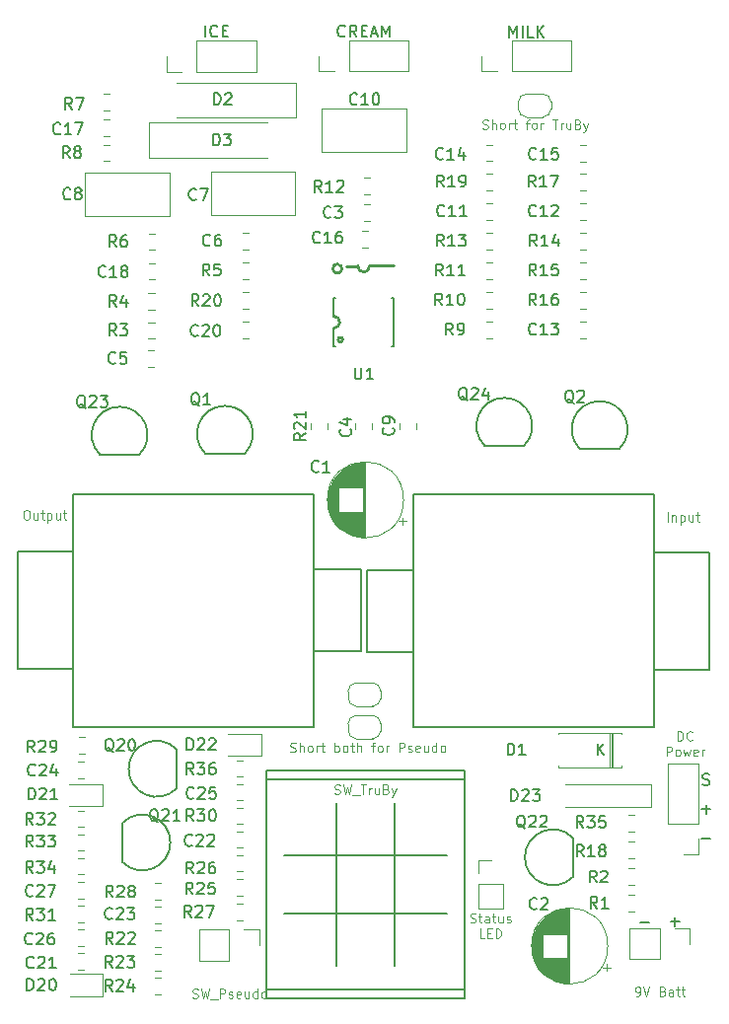
<source format=gbr>
G04 #@! TF.GenerationSoftware,KiCad,Pcbnew,5.1.5-52549c5~84~ubuntu18.04.1*
G04 #@! TF.CreationDate,2020-02-03T15:23:03+01:00*
G04 #@! TF.ProjectId,icescreamer,69636573-6372-4656-916d-65722e6b6963,rev?*
G04 #@! TF.SameCoordinates,Original*
G04 #@! TF.FileFunction,Legend,Top*
G04 #@! TF.FilePolarity,Positive*
%FSLAX46Y46*%
G04 Gerber Fmt 4.6, Leading zero omitted, Abs format (unit mm)*
G04 Created by KiCad (PCBNEW 5.1.5-52549c5~84~ubuntu18.04.1) date 2020-02-03 15:23:03*
%MOMM*%
%LPD*%
G04 APERTURE LIST*
%ADD10C,0.150000*%
%ADD11C,0.120000*%
%ADD12C,0.254000*%
G04 APERTURE END LIST*
D10*
X239674447Y-132722928D02*
X240436352Y-132722928D01*
X240055400Y-133103880D02*
X240055400Y-132341976D01*
X237109047Y-132748328D02*
X237870952Y-132748328D01*
X242449385Y-120965861D02*
X242592242Y-121013480D01*
X242830338Y-121013480D01*
X242925576Y-120965861D01*
X242973195Y-120918242D01*
X243020814Y-120823004D01*
X243020814Y-120727766D01*
X242973195Y-120632528D01*
X242925576Y-120584909D01*
X242830338Y-120537290D01*
X242639861Y-120489671D01*
X242544623Y-120442052D01*
X242497004Y-120394433D01*
X242449385Y-120299195D01*
X242449385Y-120203957D01*
X242497004Y-120108719D01*
X242544623Y-120061100D01*
X242639861Y-120013480D01*
X242877957Y-120013480D01*
X243020814Y-120061100D01*
X242366847Y-123070928D02*
X243128752Y-123070928D01*
X242747800Y-123451880D02*
X242747800Y-122689976D01*
X242341447Y-125598228D02*
X243103352Y-125598228D01*
D11*
X198685542Y-139236409D02*
X198799828Y-139274504D01*
X198990304Y-139274504D01*
X199066495Y-139236409D01*
X199104590Y-139198314D01*
X199142685Y-139122123D01*
X199142685Y-139045933D01*
X199104590Y-138969742D01*
X199066495Y-138931647D01*
X198990304Y-138893552D01*
X198837923Y-138855457D01*
X198761733Y-138817361D01*
X198723638Y-138779266D01*
X198685542Y-138703076D01*
X198685542Y-138626885D01*
X198723638Y-138550695D01*
X198761733Y-138512600D01*
X198837923Y-138474504D01*
X199028400Y-138474504D01*
X199142685Y-138512600D01*
X199409352Y-138474504D02*
X199599828Y-139274504D01*
X199752209Y-138703076D01*
X199904590Y-139274504D01*
X200095066Y-138474504D01*
X200209352Y-139350695D02*
X200818876Y-139350695D01*
X201009352Y-139274504D02*
X201009352Y-138474504D01*
X201314114Y-138474504D01*
X201390304Y-138512600D01*
X201428400Y-138550695D01*
X201466495Y-138626885D01*
X201466495Y-138741171D01*
X201428400Y-138817361D01*
X201390304Y-138855457D01*
X201314114Y-138893552D01*
X201009352Y-138893552D01*
X201771257Y-139236409D02*
X201847447Y-139274504D01*
X201999828Y-139274504D01*
X202076019Y-139236409D01*
X202114114Y-139160219D01*
X202114114Y-139122123D01*
X202076019Y-139045933D01*
X201999828Y-139007838D01*
X201885542Y-139007838D01*
X201809352Y-138969742D01*
X201771257Y-138893552D01*
X201771257Y-138855457D01*
X201809352Y-138779266D01*
X201885542Y-138741171D01*
X201999828Y-138741171D01*
X202076019Y-138779266D01*
X202761733Y-139236409D02*
X202685542Y-139274504D01*
X202533161Y-139274504D01*
X202456971Y-139236409D01*
X202418876Y-139160219D01*
X202418876Y-138855457D01*
X202456971Y-138779266D01*
X202533161Y-138741171D01*
X202685542Y-138741171D01*
X202761733Y-138779266D01*
X202799828Y-138855457D01*
X202799828Y-138931647D01*
X202418876Y-139007838D01*
X203485542Y-138741171D02*
X203485542Y-139274504D01*
X203142685Y-138741171D02*
X203142685Y-139160219D01*
X203180780Y-139236409D01*
X203256971Y-139274504D01*
X203371257Y-139274504D01*
X203447447Y-139236409D01*
X203485542Y-139198314D01*
X204209352Y-139274504D02*
X204209352Y-138474504D01*
X204209352Y-139236409D02*
X204133161Y-139274504D01*
X203980780Y-139274504D01*
X203904590Y-139236409D01*
X203866495Y-139198314D01*
X203828400Y-139122123D01*
X203828400Y-138893552D01*
X203866495Y-138817361D01*
X203904590Y-138779266D01*
X203980780Y-138741171D01*
X204133161Y-138741171D01*
X204209352Y-138779266D01*
X204704590Y-139274504D02*
X204628400Y-139236409D01*
X204590304Y-139198314D01*
X204552209Y-139122123D01*
X204552209Y-138893552D01*
X204590304Y-138817361D01*
X204628400Y-138779266D01*
X204704590Y-138741171D01*
X204818876Y-138741171D01*
X204895066Y-138779266D01*
X204933161Y-138817361D01*
X204971257Y-138893552D01*
X204971257Y-139122123D01*
X204933161Y-139198314D01*
X204895066Y-139236409D01*
X204818876Y-139274504D01*
X204704590Y-139274504D01*
X236740952Y-139096704D02*
X236893333Y-139096704D01*
X236969523Y-139058609D01*
X237007619Y-139020514D01*
X237083809Y-138906228D01*
X237121904Y-138753847D01*
X237121904Y-138449085D01*
X237083809Y-138372895D01*
X237045714Y-138334800D01*
X236969523Y-138296704D01*
X236817142Y-138296704D01*
X236740952Y-138334800D01*
X236702857Y-138372895D01*
X236664761Y-138449085D01*
X236664761Y-138639561D01*
X236702857Y-138715752D01*
X236740952Y-138753847D01*
X236817142Y-138791942D01*
X236969523Y-138791942D01*
X237045714Y-138753847D01*
X237083809Y-138715752D01*
X237121904Y-138639561D01*
X237350476Y-138296704D02*
X237617142Y-139096704D01*
X237883809Y-138296704D01*
X239026666Y-138677657D02*
X239140952Y-138715752D01*
X239179047Y-138753847D01*
X239217142Y-138830038D01*
X239217142Y-138944323D01*
X239179047Y-139020514D01*
X239140952Y-139058609D01*
X239064761Y-139096704D01*
X238760000Y-139096704D01*
X238760000Y-138296704D01*
X239026666Y-138296704D01*
X239102857Y-138334800D01*
X239140952Y-138372895D01*
X239179047Y-138449085D01*
X239179047Y-138525276D01*
X239140952Y-138601466D01*
X239102857Y-138639561D01*
X239026666Y-138677657D01*
X238760000Y-138677657D01*
X239902857Y-139096704D02*
X239902857Y-138677657D01*
X239864761Y-138601466D01*
X239788571Y-138563371D01*
X239636190Y-138563371D01*
X239560000Y-138601466D01*
X239902857Y-139058609D02*
X239826666Y-139096704D01*
X239636190Y-139096704D01*
X239560000Y-139058609D01*
X239521904Y-138982419D01*
X239521904Y-138906228D01*
X239560000Y-138830038D01*
X239636190Y-138791942D01*
X239826666Y-138791942D01*
X239902857Y-138753847D01*
X240169523Y-138563371D02*
X240474285Y-138563371D01*
X240283809Y-138296704D02*
X240283809Y-138982419D01*
X240321904Y-139058609D01*
X240398095Y-139096704D01*
X240474285Y-139096704D01*
X240626666Y-138563371D02*
X240931428Y-138563371D01*
X240740952Y-138296704D02*
X240740952Y-138982419D01*
X240779047Y-139058609D01*
X240855238Y-139096704D01*
X240931428Y-139096704D01*
D10*
X225828409Y-56814980D02*
X225828409Y-55814980D01*
X226161742Y-56529266D01*
X226495076Y-55814980D01*
X226495076Y-56814980D01*
X226971266Y-56814980D02*
X226971266Y-55814980D01*
X227923647Y-56814980D02*
X227447457Y-56814980D01*
X227447457Y-55814980D01*
X228256980Y-56814980D02*
X228256980Y-55814980D01*
X228828409Y-56814980D02*
X228399838Y-56243552D01*
X228828409Y-55814980D02*
X228256980Y-56386409D01*
X211742542Y-56694342D02*
X211694923Y-56741961D01*
X211552066Y-56789580D01*
X211456828Y-56789580D01*
X211313971Y-56741961D01*
X211218733Y-56646723D01*
X211171114Y-56551485D01*
X211123495Y-56361009D01*
X211123495Y-56218152D01*
X211171114Y-56027676D01*
X211218733Y-55932438D01*
X211313971Y-55837200D01*
X211456828Y-55789580D01*
X211552066Y-55789580D01*
X211694923Y-55837200D01*
X211742542Y-55884819D01*
X212742542Y-56789580D02*
X212409209Y-56313390D01*
X212171114Y-56789580D02*
X212171114Y-55789580D01*
X212552066Y-55789580D01*
X212647304Y-55837200D01*
X212694923Y-55884819D01*
X212742542Y-55980057D01*
X212742542Y-56122914D01*
X212694923Y-56218152D01*
X212647304Y-56265771D01*
X212552066Y-56313390D01*
X212171114Y-56313390D01*
X213171114Y-56265771D02*
X213504447Y-56265771D01*
X213647304Y-56789580D02*
X213171114Y-56789580D01*
X213171114Y-55789580D01*
X213647304Y-55789580D01*
X214028257Y-56503866D02*
X214504447Y-56503866D01*
X213933019Y-56789580D02*
X214266352Y-55789580D01*
X214599685Y-56789580D01*
X214933019Y-56789580D02*
X214933019Y-55789580D01*
X215266352Y-56503866D01*
X215599685Y-55789580D01*
X215599685Y-56789580D01*
X199758419Y-56789580D02*
X199758419Y-55789580D01*
X200806038Y-56694342D02*
X200758419Y-56741961D01*
X200615561Y-56789580D01*
X200520323Y-56789580D01*
X200377466Y-56741961D01*
X200282228Y-56646723D01*
X200234609Y-56551485D01*
X200186990Y-56361009D01*
X200186990Y-56218152D01*
X200234609Y-56027676D01*
X200282228Y-55932438D01*
X200377466Y-55837200D01*
X200520323Y-55789580D01*
X200615561Y-55789580D01*
X200758419Y-55837200D01*
X200806038Y-55884819D01*
X201234609Y-56265771D02*
X201567942Y-56265771D01*
X201710800Y-56789580D02*
X201234609Y-56789580D01*
X201234609Y-55789580D01*
X201710800Y-55789580D01*
D11*
X184334352Y-97402704D02*
X184486733Y-97402704D01*
X184562923Y-97440800D01*
X184639114Y-97516990D01*
X184677209Y-97669371D01*
X184677209Y-97936038D01*
X184639114Y-98088419D01*
X184562923Y-98164609D01*
X184486733Y-98202704D01*
X184334352Y-98202704D01*
X184258161Y-98164609D01*
X184181971Y-98088419D01*
X184143876Y-97936038D01*
X184143876Y-97669371D01*
X184181971Y-97516990D01*
X184258161Y-97440800D01*
X184334352Y-97402704D01*
X185362923Y-97669371D02*
X185362923Y-98202704D01*
X185020066Y-97669371D02*
X185020066Y-98088419D01*
X185058161Y-98164609D01*
X185134352Y-98202704D01*
X185248638Y-98202704D01*
X185324828Y-98164609D01*
X185362923Y-98126514D01*
X185629590Y-97669371D02*
X185934352Y-97669371D01*
X185743876Y-97402704D02*
X185743876Y-98088419D01*
X185781971Y-98164609D01*
X185858161Y-98202704D01*
X185934352Y-98202704D01*
X186201019Y-97669371D02*
X186201019Y-98469371D01*
X186201019Y-97707466D02*
X186277209Y-97669371D01*
X186429590Y-97669371D01*
X186505780Y-97707466D01*
X186543876Y-97745561D01*
X186581971Y-97821752D01*
X186581971Y-98050323D01*
X186543876Y-98126514D01*
X186505780Y-98164609D01*
X186429590Y-98202704D01*
X186277209Y-98202704D01*
X186201019Y-98164609D01*
X187267685Y-97669371D02*
X187267685Y-98202704D01*
X186924828Y-97669371D02*
X186924828Y-98088419D01*
X186962923Y-98164609D01*
X187039114Y-98202704D01*
X187153400Y-98202704D01*
X187229590Y-98164609D01*
X187267685Y-98126514D01*
X187534352Y-97669371D02*
X187839114Y-97669371D01*
X187648638Y-97402704D02*
X187648638Y-98088419D01*
X187686733Y-98164609D01*
X187762923Y-98202704D01*
X187839114Y-98202704D01*
X239426914Y-98380504D02*
X239426914Y-97580504D01*
X239807866Y-97847171D02*
X239807866Y-98380504D01*
X239807866Y-97923361D02*
X239845961Y-97885266D01*
X239922152Y-97847171D01*
X240036438Y-97847171D01*
X240112628Y-97885266D01*
X240150723Y-97961457D01*
X240150723Y-98380504D01*
X240531676Y-97847171D02*
X240531676Y-98647171D01*
X240531676Y-97885266D02*
X240607866Y-97847171D01*
X240760247Y-97847171D01*
X240836438Y-97885266D01*
X240874533Y-97923361D01*
X240912628Y-97999552D01*
X240912628Y-98228123D01*
X240874533Y-98304314D01*
X240836438Y-98342409D01*
X240760247Y-98380504D01*
X240607866Y-98380504D01*
X240531676Y-98342409D01*
X241598342Y-97847171D02*
X241598342Y-98380504D01*
X241255485Y-97847171D02*
X241255485Y-98266219D01*
X241293580Y-98342409D01*
X241369771Y-98380504D01*
X241484057Y-98380504D01*
X241560247Y-98342409D01*
X241598342Y-98304314D01*
X241865009Y-97847171D02*
X242169771Y-97847171D01*
X241979295Y-97580504D02*
X241979295Y-98266219D01*
X242017390Y-98342409D01*
X242093580Y-98380504D01*
X242169771Y-98380504D01*
X207067980Y-118129009D02*
X207182266Y-118167104D01*
X207372742Y-118167104D01*
X207448933Y-118129009D01*
X207487028Y-118090914D01*
X207525123Y-118014723D01*
X207525123Y-117938533D01*
X207487028Y-117862342D01*
X207448933Y-117824247D01*
X207372742Y-117786152D01*
X207220361Y-117748057D01*
X207144171Y-117709961D01*
X207106076Y-117671866D01*
X207067980Y-117595676D01*
X207067980Y-117519485D01*
X207106076Y-117443295D01*
X207144171Y-117405200D01*
X207220361Y-117367104D01*
X207410838Y-117367104D01*
X207525123Y-117405200D01*
X207867980Y-118167104D02*
X207867980Y-117367104D01*
X208210838Y-118167104D02*
X208210838Y-117748057D01*
X208172742Y-117671866D01*
X208096552Y-117633771D01*
X207982266Y-117633771D01*
X207906076Y-117671866D01*
X207867980Y-117709961D01*
X208706076Y-118167104D02*
X208629885Y-118129009D01*
X208591790Y-118090914D01*
X208553695Y-118014723D01*
X208553695Y-117786152D01*
X208591790Y-117709961D01*
X208629885Y-117671866D01*
X208706076Y-117633771D01*
X208820361Y-117633771D01*
X208896552Y-117671866D01*
X208934647Y-117709961D01*
X208972742Y-117786152D01*
X208972742Y-118014723D01*
X208934647Y-118090914D01*
X208896552Y-118129009D01*
X208820361Y-118167104D01*
X208706076Y-118167104D01*
X209315600Y-118167104D02*
X209315600Y-117633771D01*
X209315600Y-117786152D02*
X209353695Y-117709961D01*
X209391790Y-117671866D01*
X209467980Y-117633771D01*
X209544171Y-117633771D01*
X209696552Y-117633771D02*
X210001314Y-117633771D01*
X209810838Y-117367104D02*
X209810838Y-118052819D01*
X209848933Y-118129009D01*
X209925123Y-118167104D01*
X210001314Y-118167104D01*
X210877504Y-118167104D02*
X210877504Y-117367104D01*
X210877504Y-117671866D02*
X210953695Y-117633771D01*
X211106076Y-117633771D01*
X211182266Y-117671866D01*
X211220361Y-117709961D01*
X211258457Y-117786152D01*
X211258457Y-118014723D01*
X211220361Y-118090914D01*
X211182266Y-118129009D01*
X211106076Y-118167104D01*
X210953695Y-118167104D01*
X210877504Y-118129009D01*
X211715600Y-118167104D02*
X211639409Y-118129009D01*
X211601314Y-118090914D01*
X211563219Y-118014723D01*
X211563219Y-117786152D01*
X211601314Y-117709961D01*
X211639409Y-117671866D01*
X211715600Y-117633771D01*
X211829885Y-117633771D01*
X211906076Y-117671866D01*
X211944171Y-117709961D01*
X211982266Y-117786152D01*
X211982266Y-118014723D01*
X211944171Y-118090914D01*
X211906076Y-118129009D01*
X211829885Y-118167104D01*
X211715600Y-118167104D01*
X212210838Y-117633771D02*
X212515600Y-117633771D01*
X212325123Y-117367104D02*
X212325123Y-118052819D01*
X212363219Y-118129009D01*
X212439409Y-118167104D01*
X212515600Y-118167104D01*
X212782266Y-118167104D02*
X212782266Y-117367104D01*
X213125123Y-118167104D02*
X213125123Y-117748057D01*
X213087028Y-117671866D01*
X213010838Y-117633771D01*
X212896552Y-117633771D01*
X212820361Y-117671866D01*
X212782266Y-117709961D01*
X214001314Y-117633771D02*
X214306076Y-117633771D01*
X214115600Y-118167104D02*
X214115600Y-117481390D01*
X214153695Y-117405200D01*
X214229885Y-117367104D01*
X214306076Y-117367104D01*
X214687028Y-118167104D02*
X214610838Y-118129009D01*
X214572742Y-118090914D01*
X214534647Y-118014723D01*
X214534647Y-117786152D01*
X214572742Y-117709961D01*
X214610838Y-117671866D01*
X214687028Y-117633771D01*
X214801314Y-117633771D01*
X214877504Y-117671866D01*
X214915600Y-117709961D01*
X214953695Y-117786152D01*
X214953695Y-118014723D01*
X214915600Y-118090914D01*
X214877504Y-118129009D01*
X214801314Y-118167104D01*
X214687028Y-118167104D01*
X215296552Y-118167104D02*
X215296552Y-117633771D01*
X215296552Y-117786152D02*
X215334647Y-117709961D01*
X215372742Y-117671866D01*
X215448933Y-117633771D01*
X215525123Y-117633771D01*
X216401314Y-118167104D02*
X216401314Y-117367104D01*
X216706076Y-117367104D01*
X216782266Y-117405200D01*
X216820361Y-117443295D01*
X216858457Y-117519485D01*
X216858457Y-117633771D01*
X216820361Y-117709961D01*
X216782266Y-117748057D01*
X216706076Y-117786152D01*
X216401314Y-117786152D01*
X217163219Y-118129009D02*
X217239409Y-118167104D01*
X217391790Y-118167104D01*
X217467980Y-118129009D01*
X217506076Y-118052819D01*
X217506076Y-118014723D01*
X217467980Y-117938533D01*
X217391790Y-117900438D01*
X217277504Y-117900438D01*
X217201314Y-117862342D01*
X217163219Y-117786152D01*
X217163219Y-117748057D01*
X217201314Y-117671866D01*
X217277504Y-117633771D01*
X217391790Y-117633771D01*
X217467980Y-117671866D01*
X218153695Y-118129009D02*
X218077504Y-118167104D01*
X217925123Y-118167104D01*
X217848933Y-118129009D01*
X217810838Y-118052819D01*
X217810838Y-117748057D01*
X217848933Y-117671866D01*
X217925123Y-117633771D01*
X218077504Y-117633771D01*
X218153695Y-117671866D01*
X218191790Y-117748057D01*
X218191790Y-117824247D01*
X217810838Y-117900438D01*
X218877504Y-117633771D02*
X218877504Y-118167104D01*
X218534647Y-117633771D02*
X218534647Y-118052819D01*
X218572742Y-118129009D01*
X218648933Y-118167104D01*
X218763219Y-118167104D01*
X218839409Y-118129009D01*
X218877504Y-118090914D01*
X219601314Y-118167104D02*
X219601314Y-117367104D01*
X219601314Y-118129009D02*
X219525123Y-118167104D01*
X219372742Y-118167104D01*
X219296552Y-118129009D01*
X219258457Y-118090914D01*
X219220361Y-118014723D01*
X219220361Y-117786152D01*
X219258457Y-117709961D01*
X219296552Y-117671866D01*
X219372742Y-117633771D01*
X219525123Y-117633771D01*
X219601314Y-117671866D01*
X220096552Y-118167104D02*
X220020361Y-118129009D01*
X219982266Y-118090914D01*
X219944171Y-118014723D01*
X219944171Y-117786152D01*
X219982266Y-117709961D01*
X220020361Y-117671866D01*
X220096552Y-117633771D01*
X220210838Y-117633771D01*
X220287028Y-117671866D01*
X220325123Y-117709961D01*
X220363219Y-117786152D01*
X220363219Y-118014723D01*
X220325123Y-118090914D01*
X220287028Y-118129009D01*
X220210838Y-118167104D01*
X220096552Y-118167104D01*
X222497866Y-132759809D02*
X222612152Y-132797904D01*
X222802628Y-132797904D01*
X222878819Y-132759809D01*
X222916914Y-132721714D01*
X222955009Y-132645523D01*
X222955009Y-132569333D01*
X222916914Y-132493142D01*
X222878819Y-132455047D01*
X222802628Y-132416952D01*
X222650247Y-132378857D01*
X222574057Y-132340761D01*
X222535961Y-132302666D01*
X222497866Y-132226476D01*
X222497866Y-132150285D01*
X222535961Y-132074095D01*
X222574057Y-132036000D01*
X222650247Y-131997904D01*
X222840723Y-131997904D01*
X222955009Y-132036000D01*
X223183580Y-132264571D02*
X223488342Y-132264571D01*
X223297866Y-131997904D02*
X223297866Y-132683619D01*
X223335961Y-132759809D01*
X223412152Y-132797904D01*
X223488342Y-132797904D01*
X224097866Y-132797904D02*
X224097866Y-132378857D01*
X224059771Y-132302666D01*
X223983580Y-132264571D01*
X223831200Y-132264571D01*
X223755009Y-132302666D01*
X224097866Y-132759809D02*
X224021676Y-132797904D01*
X223831200Y-132797904D01*
X223755009Y-132759809D01*
X223716914Y-132683619D01*
X223716914Y-132607428D01*
X223755009Y-132531238D01*
X223831200Y-132493142D01*
X224021676Y-132493142D01*
X224097866Y-132455047D01*
X224364533Y-132264571D02*
X224669295Y-132264571D01*
X224478819Y-131997904D02*
X224478819Y-132683619D01*
X224516914Y-132759809D01*
X224593104Y-132797904D01*
X224669295Y-132797904D01*
X225278819Y-132264571D02*
X225278819Y-132797904D01*
X224935961Y-132264571D02*
X224935961Y-132683619D01*
X224974057Y-132759809D01*
X225050247Y-132797904D01*
X225164533Y-132797904D01*
X225240723Y-132759809D01*
X225278819Y-132721714D01*
X225621676Y-132759809D02*
X225697866Y-132797904D01*
X225850247Y-132797904D01*
X225926438Y-132759809D01*
X225964533Y-132683619D01*
X225964533Y-132645523D01*
X225926438Y-132569333D01*
X225850247Y-132531238D01*
X225735961Y-132531238D01*
X225659771Y-132493142D01*
X225621676Y-132416952D01*
X225621676Y-132378857D01*
X225659771Y-132302666D01*
X225735961Y-132264571D01*
X225850247Y-132264571D01*
X225926438Y-132302666D01*
X223716914Y-134117904D02*
X223335961Y-134117904D01*
X223335961Y-133317904D01*
X223983580Y-133698857D02*
X224250247Y-133698857D01*
X224364533Y-134117904D02*
X223983580Y-134117904D01*
X223983580Y-133317904D01*
X224364533Y-133317904D01*
X224707390Y-134117904D02*
X224707390Y-133317904D01*
X224897866Y-133317904D01*
X225012152Y-133356000D01*
X225088342Y-133432190D01*
X225126438Y-133508380D01*
X225164533Y-133660761D01*
X225164533Y-133775047D01*
X225126438Y-133927428D01*
X225088342Y-134003619D01*
X225012152Y-134079809D01*
X224897866Y-134117904D01*
X224707390Y-134117904D01*
X240309476Y-117176904D02*
X240309476Y-116376904D01*
X240499952Y-116376904D01*
X240614238Y-116415000D01*
X240690428Y-116491190D01*
X240728523Y-116567380D01*
X240766619Y-116719761D01*
X240766619Y-116834047D01*
X240728523Y-116986428D01*
X240690428Y-117062619D01*
X240614238Y-117138809D01*
X240499952Y-117176904D01*
X240309476Y-117176904D01*
X241566619Y-117100714D02*
X241528523Y-117138809D01*
X241414238Y-117176904D01*
X241338047Y-117176904D01*
X241223761Y-117138809D01*
X241147571Y-117062619D01*
X241109476Y-116986428D01*
X241071380Y-116834047D01*
X241071380Y-116719761D01*
X241109476Y-116567380D01*
X241147571Y-116491190D01*
X241223761Y-116415000D01*
X241338047Y-116376904D01*
X241414238Y-116376904D01*
X241528523Y-116415000D01*
X241566619Y-116453095D01*
X239338047Y-118496904D02*
X239338047Y-117696904D01*
X239642809Y-117696904D01*
X239719000Y-117735000D01*
X239757095Y-117773095D01*
X239795190Y-117849285D01*
X239795190Y-117963571D01*
X239757095Y-118039761D01*
X239719000Y-118077857D01*
X239642809Y-118115952D01*
X239338047Y-118115952D01*
X240252333Y-118496904D02*
X240176142Y-118458809D01*
X240138047Y-118420714D01*
X240099952Y-118344523D01*
X240099952Y-118115952D01*
X240138047Y-118039761D01*
X240176142Y-118001666D01*
X240252333Y-117963571D01*
X240366619Y-117963571D01*
X240442809Y-118001666D01*
X240480904Y-118039761D01*
X240519000Y-118115952D01*
X240519000Y-118344523D01*
X240480904Y-118420714D01*
X240442809Y-118458809D01*
X240366619Y-118496904D01*
X240252333Y-118496904D01*
X240785666Y-117963571D02*
X240938047Y-118496904D01*
X241090428Y-118115952D01*
X241242809Y-118496904D01*
X241395190Y-117963571D01*
X242004714Y-118458809D02*
X241928523Y-118496904D01*
X241776142Y-118496904D01*
X241699952Y-118458809D01*
X241661857Y-118382619D01*
X241661857Y-118077857D01*
X241699952Y-118001666D01*
X241776142Y-117963571D01*
X241928523Y-117963571D01*
X242004714Y-118001666D01*
X242042809Y-118077857D01*
X242042809Y-118154047D01*
X241661857Y-118230238D01*
X242385666Y-118496904D02*
X242385666Y-117963571D01*
X242385666Y-118115952D02*
X242423761Y-118039761D01*
X242461857Y-118001666D01*
X242538047Y-117963571D01*
X242614238Y-117963571D01*
X223571361Y-64662009D02*
X223685647Y-64700104D01*
X223876123Y-64700104D01*
X223952314Y-64662009D01*
X223990409Y-64623914D01*
X224028504Y-64547723D01*
X224028504Y-64471533D01*
X223990409Y-64395342D01*
X223952314Y-64357247D01*
X223876123Y-64319152D01*
X223723742Y-64281057D01*
X223647552Y-64242961D01*
X223609457Y-64204866D01*
X223571361Y-64128676D01*
X223571361Y-64052485D01*
X223609457Y-63976295D01*
X223647552Y-63938200D01*
X223723742Y-63900104D01*
X223914219Y-63900104D01*
X224028504Y-63938200D01*
X224371361Y-64700104D02*
X224371361Y-63900104D01*
X224714219Y-64700104D02*
X224714219Y-64281057D01*
X224676123Y-64204866D01*
X224599933Y-64166771D01*
X224485647Y-64166771D01*
X224409457Y-64204866D01*
X224371361Y-64242961D01*
X225209457Y-64700104D02*
X225133266Y-64662009D01*
X225095171Y-64623914D01*
X225057076Y-64547723D01*
X225057076Y-64319152D01*
X225095171Y-64242961D01*
X225133266Y-64204866D01*
X225209457Y-64166771D01*
X225323742Y-64166771D01*
X225399933Y-64204866D01*
X225438028Y-64242961D01*
X225476123Y-64319152D01*
X225476123Y-64547723D01*
X225438028Y-64623914D01*
X225399933Y-64662009D01*
X225323742Y-64700104D01*
X225209457Y-64700104D01*
X225818980Y-64700104D02*
X225818980Y-64166771D01*
X225818980Y-64319152D02*
X225857076Y-64242961D01*
X225895171Y-64204866D01*
X225971361Y-64166771D01*
X226047552Y-64166771D01*
X226199933Y-64166771D02*
X226504695Y-64166771D01*
X226314219Y-63900104D02*
X226314219Y-64585819D01*
X226352314Y-64662009D01*
X226428504Y-64700104D01*
X226504695Y-64700104D01*
X227266600Y-64166771D02*
X227571361Y-64166771D01*
X227380885Y-64700104D02*
X227380885Y-64014390D01*
X227418980Y-63938200D01*
X227495171Y-63900104D01*
X227571361Y-63900104D01*
X227952314Y-64700104D02*
X227876123Y-64662009D01*
X227838028Y-64623914D01*
X227799933Y-64547723D01*
X227799933Y-64319152D01*
X227838028Y-64242961D01*
X227876123Y-64204866D01*
X227952314Y-64166771D01*
X228066600Y-64166771D01*
X228142790Y-64204866D01*
X228180885Y-64242961D01*
X228218980Y-64319152D01*
X228218980Y-64547723D01*
X228180885Y-64623914D01*
X228142790Y-64662009D01*
X228066600Y-64700104D01*
X227952314Y-64700104D01*
X228561838Y-64700104D02*
X228561838Y-64166771D01*
X228561838Y-64319152D02*
X228599933Y-64242961D01*
X228638028Y-64204866D01*
X228714219Y-64166771D01*
X228790409Y-64166771D01*
X229552314Y-63900104D02*
X230009457Y-63900104D01*
X229780885Y-64700104D02*
X229780885Y-63900104D01*
X230276123Y-64700104D02*
X230276123Y-64166771D01*
X230276123Y-64319152D02*
X230314219Y-64242961D01*
X230352314Y-64204866D01*
X230428504Y-64166771D01*
X230504695Y-64166771D01*
X231114219Y-64166771D02*
X231114219Y-64700104D01*
X230771361Y-64166771D02*
X230771361Y-64585819D01*
X230809457Y-64662009D01*
X230885647Y-64700104D01*
X230999933Y-64700104D01*
X231076123Y-64662009D01*
X231114219Y-64623914D01*
X231761838Y-64281057D02*
X231876123Y-64319152D01*
X231914219Y-64357247D01*
X231952314Y-64433438D01*
X231952314Y-64547723D01*
X231914219Y-64623914D01*
X231876123Y-64662009D01*
X231799933Y-64700104D01*
X231495171Y-64700104D01*
X231495171Y-63900104D01*
X231761838Y-63900104D01*
X231838028Y-63938200D01*
X231876123Y-63976295D01*
X231914219Y-64052485D01*
X231914219Y-64128676D01*
X231876123Y-64204866D01*
X231838028Y-64242961D01*
X231761838Y-64281057D01*
X231495171Y-64281057D01*
X232218980Y-64166771D02*
X232409457Y-64700104D01*
X232599933Y-64166771D02*
X232409457Y-64700104D01*
X232333266Y-64890580D01*
X232295171Y-64928676D01*
X232218980Y-64966771D01*
D10*
X197277056Y-117911544D02*
G75*
G03X193180000Y-119608600I-1697056J-1697056D01*
G01*
X197277056Y-121305656D02*
G75*
G02X193180000Y-119608600I-1697056J1697056D01*
G01*
X197280000Y-121308600D02*
X197280000Y-117908600D01*
X231287656Y-125506144D02*
G75*
G03X227190600Y-127203200I-1697056J-1697056D01*
G01*
X231287656Y-128900256D02*
G75*
G02X227190600Y-127203200I-1697056J1697056D01*
G01*
X231290600Y-128903200D02*
X231290600Y-125503200D01*
X192663744Y-127630256D02*
G75*
G03X196760800Y-125933200I1697056J1697056D01*
G01*
X192663744Y-124236144D02*
G75*
G02X196760800Y-125933200I1697056J-1697056D01*
G01*
X192660800Y-124233200D02*
X192660800Y-127633200D01*
X235300856Y-92146456D02*
G75*
G03X233603800Y-88049400I-1697056J1697056D01*
G01*
X231906744Y-92146456D02*
G75*
G02X233603800Y-88049400I1697056J1697056D01*
G01*
X231903800Y-92149400D02*
X235303800Y-92149400D01*
X203144456Y-92552856D02*
G75*
G03X201447400Y-88455800I-1697056J1697056D01*
G01*
X199750344Y-92552856D02*
G75*
G02X201447400Y-88455800I1697056J1697056D01*
G01*
X199747400Y-92555800D02*
X203147400Y-92555800D01*
X215935000Y-83355000D02*
X215935000Y-79205000D01*
X215935000Y-83355000D02*
X215790000Y-83355000D01*
X215935000Y-79205000D02*
X215790000Y-79205000D01*
X210785000Y-79179600D02*
X210930000Y-79179600D01*
D12*
X211496000Y-76690000D02*
G75*
G03X211496000Y-76690000I-400000J0D01*
G01*
X211560000Y-82780000D02*
G75*
G03X211560000Y-82780000I-200000J0D01*
G01*
D10*
X210935000Y-83380400D02*
X210790000Y-83380400D01*
X210760000Y-83380400D02*
X210760000Y-81780400D01*
X210760000Y-80789600D02*
X210760000Y-79189600D01*
D12*
X210820000Y-81788000D02*
G75*
G03X211302600Y-81254600I-25400J508000D01*
G01*
X211302600Y-81305400D02*
G75*
G03X210820000Y-80772000I-508000J25400D01*
G01*
X215925400Y-76428600D02*
X213918800Y-76428600D01*
X212852000Y-76454000D02*
G75*
G03X213868000Y-76454000I508000J0D01*
G01*
X212852000Y-76454000D02*
X211836000Y-76454000D01*
D10*
X227122056Y-91867056D02*
G75*
G03X225425000Y-87770000I-1697056J1697056D01*
G01*
X223727944Y-91867056D02*
G75*
G02X225425000Y-87770000I1697056J1697056D01*
G01*
X223725000Y-91870000D02*
X227125000Y-91870000D01*
X194102056Y-92629056D02*
G75*
G03X192405000Y-88532000I-1697056J1697056D01*
G01*
X190707944Y-92629056D02*
G75*
G02X192405000Y-88532000I1697056J1697056D01*
G01*
X190705000Y-92632000D02*
X194105000Y-92632000D01*
X222000000Y-120540000D02*
X213500000Y-120540000D01*
X222000000Y-138540000D02*
X222000000Y-120540000D01*
X205000000Y-120540000D02*
X213500000Y-120540000D01*
X205000000Y-138540000D02*
X205000000Y-120540000D01*
X222000000Y-138540000D02*
X205000000Y-138540000D01*
X205000000Y-119740000D02*
X205000000Y-120540000D01*
X222000000Y-119740000D02*
X205000000Y-119740000D01*
X222000000Y-119740000D02*
X222000000Y-120540000D01*
X205000000Y-139340000D02*
X205000000Y-138540000D01*
X222000000Y-139340000D02*
X205000000Y-139340000D01*
X222000000Y-138540000D02*
X222000000Y-139340000D01*
X206500000Y-132040000D02*
X220500000Y-132040000D01*
X220500000Y-127040000D02*
X206500000Y-127040000D01*
X211000000Y-136540000D02*
X211000000Y-122540000D01*
X216000000Y-122540000D02*
X216000000Y-136540000D01*
X209105000Y-116045000D02*
X209105000Y-96045000D01*
X188405000Y-116045000D02*
X209105000Y-116045000D01*
X188405000Y-96045000D02*
X188405000Y-116045000D01*
X209105000Y-96045000D02*
X188405000Y-96045000D01*
X183705000Y-100995000D02*
X188405000Y-100995000D01*
X183705000Y-111045000D02*
X183705000Y-100995000D01*
X188405000Y-111045000D02*
X183705000Y-111045000D01*
X213105000Y-109545000D02*
X209105000Y-109545000D01*
X213105000Y-102495000D02*
X213105000Y-109545000D01*
X209105000Y-102495000D02*
X213105000Y-102495000D01*
X217615000Y-96045000D02*
X217615000Y-116045000D01*
X238315000Y-96045000D02*
X217615000Y-96045000D01*
X238315000Y-116045000D02*
X238315000Y-96045000D01*
X217615000Y-116045000D02*
X238315000Y-116045000D01*
X243015000Y-111095000D02*
X238315000Y-111095000D01*
X243015000Y-101045000D02*
X243015000Y-111095000D01*
X238315000Y-101045000D02*
X243015000Y-101045000D01*
X213615000Y-102545000D02*
X217615000Y-102545000D01*
X213615000Y-109595000D02*
X213615000Y-102545000D01*
X217615000Y-109595000D02*
X213615000Y-109595000D01*
D11*
X223222000Y-131584000D02*
X225342000Y-131584000D01*
X223222000Y-129524000D02*
X223222000Y-131584000D01*
X225342000Y-129524000D02*
X225342000Y-131584000D01*
X223222000Y-129524000D02*
X225342000Y-129524000D01*
X223222000Y-128524000D02*
X223222000Y-127464000D01*
X223222000Y-127464000D02*
X224282000Y-127464000D01*
X213866252Y-68886000D02*
X213343748Y-68886000D01*
X213866252Y-70306000D02*
X213343748Y-70306000D01*
X207495000Y-72101000D02*
X200255000Y-72101000D01*
X207495000Y-68361000D02*
X200255000Y-68361000D01*
X207495000Y-72101000D02*
X207495000Y-68361000D01*
X200255000Y-72101000D02*
X200255000Y-68361000D01*
X191000748Y-65289500D02*
X191523252Y-65289500D01*
X191000748Y-63869500D02*
X191523252Y-63869500D01*
X188896248Y-118312000D02*
X189418752Y-118312000D01*
X188896248Y-116892000D02*
X189418752Y-116892000D01*
X194937748Y-77608500D02*
X195460252Y-77608500D01*
X194937748Y-76188500D02*
X195460252Y-76188500D01*
X213748252Y-73458000D02*
X213225748Y-73458000D01*
X213748252Y-74878000D02*
X213225748Y-74878000D01*
X232408252Y-66092000D02*
X231885748Y-66092000D01*
X232408252Y-67512000D02*
X231885748Y-67512000D01*
X224407252Y-66028500D02*
X223884748Y-66028500D01*
X224407252Y-67448500D02*
X223884748Y-67448500D01*
X199203000Y-133417000D02*
X199203000Y-136077000D01*
X201803000Y-133417000D02*
X199203000Y-133417000D01*
X201803000Y-136077000D02*
X199203000Y-136077000D01*
X201803000Y-133417000D02*
X201803000Y-136077000D01*
X203073000Y-133417000D02*
X204403000Y-133417000D01*
X204403000Y-133417000D02*
X204403000Y-134747000D01*
X202962252Y-130516500D02*
X202439748Y-130516500D01*
X202962252Y-129096500D02*
X202439748Y-129096500D01*
X202944252Y-128408500D02*
X202421748Y-128408500D01*
X202944252Y-126988500D02*
X202421748Y-126988500D01*
X202430748Y-131179500D02*
X202953252Y-131179500D01*
X202430748Y-132599500D02*
X202953252Y-132599500D01*
X202953252Y-124956500D02*
X202430748Y-124956500D01*
X202953252Y-126376500D02*
X202430748Y-126376500D01*
X201683000Y-118498500D02*
X204543000Y-118498500D01*
X204543000Y-118498500D02*
X204543000Y-116578500D01*
X204543000Y-116578500D02*
X201683000Y-116578500D01*
X202430748Y-124344500D02*
X202953252Y-124344500D01*
X202430748Y-122924500D02*
X202953252Y-122924500D01*
X202439748Y-120280500D02*
X202962252Y-120280500D01*
X202439748Y-118860500D02*
X202962252Y-118860500D01*
X202430748Y-122312500D02*
X202953252Y-122312500D01*
X202430748Y-120892500D02*
X202953252Y-120892500D01*
X236553752Y-125845500D02*
X236031248Y-125845500D01*
X236553752Y-127265500D02*
X236031248Y-127265500D01*
X224416252Y-71045000D02*
X223893748Y-71045000D01*
X224416252Y-72465000D02*
X223893748Y-72465000D01*
X217020000Y-66640000D02*
X209780000Y-66640000D01*
X217020000Y-62900000D02*
X209780000Y-62900000D01*
X217020000Y-66640000D02*
X217020000Y-62900000D01*
X209780000Y-66640000D02*
X209780000Y-62900000D01*
X207515000Y-60730000D02*
X197315000Y-60730000D01*
X207515000Y-63730000D02*
X207515000Y-60730000D01*
X197315000Y-63730000D02*
X207515000Y-63730000D01*
X242122000Y-126933000D02*
X240792000Y-126933000D01*
X242122000Y-125603000D02*
X242122000Y-126933000D01*
X242122000Y-124333000D02*
X239462000Y-124333000D01*
X239462000Y-124333000D02*
X239462000Y-119193000D01*
X242122000Y-124333000D02*
X242122000Y-119193000D01*
X242122000Y-119193000D02*
X239462000Y-119193000D01*
X241360000Y-133290000D02*
X241360000Y-134620000D01*
X240030000Y-133290000D02*
X241360000Y-133290000D01*
X238760000Y-133290000D02*
X238760000Y-135950000D01*
X238760000Y-135950000D02*
X236160000Y-135950000D01*
X238760000Y-133290000D02*
X236160000Y-133290000D01*
X236160000Y-133290000D02*
X236160000Y-135950000D01*
X223893748Y-69925000D02*
X224416252Y-69925000D01*
X223893748Y-68505000D02*
X224416252Y-68505000D01*
X232426252Y-68505000D02*
X231903748Y-68505000D01*
X232426252Y-69925000D02*
X231903748Y-69925000D01*
X231903748Y-80085000D02*
X232426252Y-80085000D01*
X231903748Y-78665000D02*
X232426252Y-78665000D01*
X232426252Y-76125000D02*
X231903748Y-76125000D01*
X232426252Y-77545000D02*
X231903748Y-77545000D01*
X232426252Y-73585000D02*
X231903748Y-73585000D01*
X232426252Y-75005000D02*
X231903748Y-75005000D01*
X224424252Y-73585000D02*
X223901748Y-73585000D01*
X224424252Y-75005000D02*
X223901748Y-75005000D01*
X224424252Y-76125000D02*
X223901748Y-76125000D01*
X224424252Y-77545000D02*
X223901748Y-77545000D01*
X223893748Y-80085000D02*
X224416252Y-80085000D01*
X223893748Y-78665000D02*
X224416252Y-78665000D01*
X224416252Y-81205000D02*
X223893748Y-81205000D01*
X224416252Y-82625000D02*
X223893748Y-82625000D01*
X190991748Y-67448500D02*
X191514252Y-67448500D01*
X190991748Y-66028500D02*
X191514252Y-66028500D01*
X191000748Y-63067000D02*
X191523252Y-63067000D01*
X191000748Y-61647000D02*
X191523252Y-61647000D01*
X195451252Y-73648500D02*
X194928748Y-73648500D01*
X195451252Y-75068500D02*
X194928748Y-75068500D01*
X202938748Y-77545000D02*
X203461252Y-77545000D01*
X202938748Y-76125000D02*
X203461252Y-76125000D01*
X195396752Y-78792000D02*
X194874248Y-78792000D01*
X195396752Y-80212000D02*
X194874248Y-80212000D01*
X194874248Y-82688500D02*
X195396752Y-82688500D01*
X194874248Y-81268500D02*
X195396752Y-81268500D01*
X236031248Y-129551500D02*
X236553752Y-129551500D01*
X236031248Y-128131500D02*
X236553752Y-128131500D01*
X236031248Y-131837500D02*
X236553752Y-131837500D01*
X236031248Y-130417500D02*
X236553752Y-130417500D01*
X232426252Y-81205000D02*
X231903748Y-81205000D01*
X232426252Y-82625000D02*
X231903748Y-82625000D01*
X232426252Y-71045000D02*
X231903748Y-71045000D01*
X232426252Y-72465000D02*
X231903748Y-72465000D01*
X217880000Y-90431252D02*
X217880000Y-89908748D01*
X216460000Y-90431252D02*
X216460000Y-89908748D01*
X203452252Y-73585000D02*
X202929748Y-73585000D01*
X203452252Y-75005000D02*
X202929748Y-75005000D01*
X195342252Y-83681500D02*
X194819748Y-83681500D01*
X195342252Y-85101500D02*
X194819748Y-85101500D01*
X212650000Y-89908748D02*
X212650000Y-90431252D01*
X214070000Y-89908748D02*
X214070000Y-90431252D01*
X213875252Y-71172000D02*
X213352748Y-71172000D01*
X213875252Y-72592000D02*
X213352748Y-72592000D01*
X237995500Y-120920000D02*
X230695500Y-120920000D01*
X237995500Y-122920000D02*
X237995500Y-120920000D01*
X230695500Y-122920000D02*
X237995500Y-122920000D01*
X190963000Y-120896500D02*
X188103000Y-120896500D01*
X190963000Y-122816500D02*
X190963000Y-120896500D01*
X188103000Y-122816500D02*
X190963000Y-122816500D01*
X190972000Y-137199000D02*
X188112000Y-137199000D01*
X190972000Y-139119000D02*
X190972000Y-137199000D01*
X188112000Y-139119000D02*
X190972000Y-139119000D01*
X216692241Y-98674000D02*
X216692241Y-98044000D01*
X217007241Y-98359000D02*
X216377241Y-98359000D01*
X210266000Y-96922000D02*
X210266000Y-96118000D01*
X210306000Y-97153000D02*
X210306000Y-95887000D01*
X210346000Y-97322000D02*
X210346000Y-95718000D01*
X210386000Y-97460000D02*
X210386000Y-95580000D01*
X210426000Y-97579000D02*
X210426000Y-95461000D01*
X210466000Y-97685000D02*
X210466000Y-95355000D01*
X210506000Y-97782000D02*
X210506000Y-95258000D01*
X210546000Y-97870000D02*
X210546000Y-95170000D01*
X210586000Y-97952000D02*
X210586000Y-95088000D01*
X210626000Y-98029000D02*
X210626000Y-95011000D01*
X210666000Y-98101000D02*
X210666000Y-94939000D01*
X210706000Y-98170000D02*
X210706000Y-94870000D01*
X210746000Y-98234000D02*
X210746000Y-94806000D01*
X210786000Y-98296000D02*
X210786000Y-94744000D01*
X210826000Y-98354000D02*
X210826000Y-94686000D01*
X210866000Y-98410000D02*
X210866000Y-94630000D01*
X210906000Y-98464000D02*
X210906000Y-94576000D01*
X210946000Y-98515000D02*
X210946000Y-94525000D01*
X210986000Y-98564000D02*
X210986000Y-94476000D01*
X211026000Y-98612000D02*
X211026000Y-94428000D01*
X211066000Y-98657000D02*
X211066000Y-94383000D01*
X211106000Y-98702000D02*
X211106000Y-94338000D01*
X211146000Y-98744000D02*
X211146000Y-94296000D01*
X211186000Y-98785000D02*
X211186000Y-94255000D01*
X211226000Y-95480000D02*
X211226000Y-94215000D01*
X211226000Y-98825000D02*
X211226000Y-97560000D01*
X211266000Y-95480000D02*
X211266000Y-94177000D01*
X211266000Y-98863000D02*
X211266000Y-97560000D01*
X211306000Y-95480000D02*
X211306000Y-94140000D01*
X211306000Y-98900000D02*
X211306000Y-97560000D01*
X211346000Y-95480000D02*
X211346000Y-94104000D01*
X211346000Y-98936000D02*
X211346000Y-97560000D01*
X211386000Y-95480000D02*
X211386000Y-94070000D01*
X211386000Y-98970000D02*
X211386000Y-97560000D01*
X211426000Y-95480000D02*
X211426000Y-94036000D01*
X211426000Y-99004000D02*
X211426000Y-97560000D01*
X211466000Y-95480000D02*
X211466000Y-94004000D01*
X211466000Y-99036000D02*
X211466000Y-97560000D01*
X211506000Y-95480000D02*
X211506000Y-93972000D01*
X211506000Y-99068000D02*
X211506000Y-97560000D01*
X211546000Y-95480000D02*
X211546000Y-93942000D01*
X211546000Y-99098000D02*
X211546000Y-97560000D01*
X211586000Y-95480000D02*
X211586000Y-93913000D01*
X211586000Y-99127000D02*
X211586000Y-97560000D01*
X211626000Y-95480000D02*
X211626000Y-93884000D01*
X211626000Y-99156000D02*
X211626000Y-97560000D01*
X211666000Y-95480000D02*
X211666000Y-93856000D01*
X211666000Y-99184000D02*
X211666000Y-97560000D01*
X211706000Y-95480000D02*
X211706000Y-93830000D01*
X211706000Y-99210000D02*
X211706000Y-97560000D01*
X211746000Y-95480000D02*
X211746000Y-93804000D01*
X211746000Y-99236000D02*
X211746000Y-97560000D01*
X211786000Y-95480000D02*
X211786000Y-93778000D01*
X211786000Y-99262000D02*
X211786000Y-97560000D01*
X211826000Y-95480000D02*
X211826000Y-93754000D01*
X211826000Y-99286000D02*
X211826000Y-97560000D01*
X211866000Y-95480000D02*
X211866000Y-93730000D01*
X211866000Y-99310000D02*
X211866000Y-97560000D01*
X211906000Y-95480000D02*
X211906000Y-93708000D01*
X211906000Y-99332000D02*
X211906000Y-97560000D01*
X211946000Y-95480000D02*
X211946000Y-93686000D01*
X211946000Y-99354000D02*
X211946000Y-97560000D01*
X211986000Y-95480000D02*
X211986000Y-93664000D01*
X211986000Y-99376000D02*
X211986000Y-97560000D01*
X212026000Y-95480000D02*
X212026000Y-93644000D01*
X212026000Y-99396000D02*
X212026000Y-97560000D01*
X212066000Y-95480000D02*
X212066000Y-93624000D01*
X212066000Y-99416000D02*
X212066000Y-97560000D01*
X212106000Y-95480000D02*
X212106000Y-93604000D01*
X212106000Y-99436000D02*
X212106000Y-97560000D01*
X212146000Y-95480000D02*
X212146000Y-93586000D01*
X212146000Y-99454000D02*
X212146000Y-97560000D01*
X212186000Y-95480000D02*
X212186000Y-93568000D01*
X212186000Y-99472000D02*
X212186000Y-97560000D01*
X212226000Y-95480000D02*
X212226000Y-93550000D01*
X212226000Y-99490000D02*
X212226000Y-97560000D01*
X212266000Y-95480000D02*
X212266000Y-93534000D01*
X212266000Y-99506000D02*
X212266000Y-97560000D01*
X212306000Y-95480000D02*
X212306000Y-93518000D01*
X212306000Y-99522000D02*
X212306000Y-97560000D01*
X212346000Y-95480000D02*
X212346000Y-93502000D01*
X212346000Y-99538000D02*
X212346000Y-97560000D01*
X212386000Y-95480000D02*
X212386000Y-93487000D01*
X212386000Y-99553000D02*
X212386000Y-97560000D01*
X212426000Y-95480000D02*
X212426000Y-93473000D01*
X212426000Y-99567000D02*
X212426000Y-97560000D01*
X212466000Y-95480000D02*
X212466000Y-93459000D01*
X212466000Y-99581000D02*
X212466000Y-97560000D01*
X212506000Y-95480000D02*
X212506000Y-93446000D01*
X212506000Y-99594000D02*
X212506000Y-97560000D01*
X212546000Y-95480000D02*
X212546000Y-93434000D01*
X212546000Y-99606000D02*
X212546000Y-97560000D01*
X212586000Y-95480000D02*
X212586000Y-93422000D01*
X212586000Y-99618000D02*
X212586000Y-97560000D01*
X212626000Y-95480000D02*
X212626000Y-93410000D01*
X212626000Y-99630000D02*
X212626000Y-97560000D01*
X212666000Y-95480000D02*
X212666000Y-93399000D01*
X212666000Y-99641000D02*
X212666000Y-97560000D01*
X212706000Y-95480000D02*
X212706000Y-93389000D01*
X212706000Y-99651000D02*
X212706000Y-97560000D01*
X212746000Y-95480000D02*
X212746000Y-93379000D01*
X212746000Y-99661000D02*
X212746000Y-97560000D01*
X212786000Y-95480000D02*
X212786000Y-93370000D01*
X212786000Y-99670000D02*
X212786000Y-97560000D01*
X212827000Y-95480000D02*
X212827000Y-93361000D01*
X212827000Y-99679000D02*
X212827000Y-97560000D01*
X212867000Y-95480000D02*
X212867000Y-93353000D01*
X212867000Y-99687000D02*
X212867000Y-97560000D01*
X212907000Y-95480000D02*
X212907000Y-93345000D01*
X212907000Y-99695000D02*
X212907000Y-97560000D01*
X212947000Y-95480000D02*
X212947000Y-93338000D01*
X212947000Y-99702000D02*
X212947000Y-97560000D01*
X212987000Y-95480000D02*
X212987000Y-93331000D01*
X212987000Y-99709000D02*
X212987000Y-97560000D01*
X213027000Y-95480000D02*
X213027000Y-93325000D01*
X213027000Y-99715000D02*
X213027000Y-97560000D01*
X213067000Y-95480000D02*
X213067000Y-93319000D01*
X213067000Y-99721000D02*
X213067000Y-97560000D01*
X213107000Y-95480000D02*
X213107000Y-93314000D01*
X213107000Y-99726000D02*
X213107000Y-97560000D01*
X213147000Y-95480000D02*
X213147000Y-93309000D01*
X213147000Y-99731000D02*
X213147000Y-97560000D01*
X213187000Y-95480000D02*
X213187000Y-93305000D01*
X213187000Y-99735000D02*
X213187000Y-97560000D01*
X213227000Y-95480000D02*
X213227000Y-93302000D01*
X213227000Y-99738000D02*
X213227000Y-97560000D01*
X213267000Y-95480000D02*
X213267000Y-93298000D01*
X213267000Y-99742000D02*
X213267000Y-97560000D01*
X213307000Y-99744000D02*
X213307000Y-93296000D01*
X213347000Y-99747000D02*
X213347000Y-93293000D01*
X213387000Y-99748000D02*
X213387000Y-93292000D01*
X213427000Y-99750000D02*
X213427000Y-93290000D01*
X213467000Y-99750000D02*
X213467000Y-93290000D01*
X213507000Y-99750000D02*
X213507000Y-93290000D01*
X216777000Y-96520000D02*
G75*
G03X216777000Y-96520000I-3270000J0D01*
G01*
X234303000Y-134810500D02*
G75*
G03X234303000Y-134810500I-3270000J0D01*
G01*
X231033000Y-138040500D02*
X231033000Y-131580500D01*
X230993000Y-138040500D02*
X230993000Y-131580500D01*
X230953000Y-138040500D02*
X230953000Y-131580500D01*
X230913000Y-138038500D02*
X230913000Y-131582500D01*
X230873000Y-138037500D02*
X230873000Y-131583500D01*
X230833000Y-138034500D02*
X230833000Y-131586500D01*
X230793000Y-138032500D02*
X230793000Y-135850500D01*
X230793000Y-133770500D02*
X230793000Y-131588500D01*
X230753000Y-138028500D02*
X230753000Y-135850500D01*
X230753000Y-133770500D02*
X230753000Y-131592500D01*
X230713000Y-138025500D02*
X230713000Y-135850500D01*
X230713000Y-133770500D02*
X230713000Y-131595500D01*
X230673000Y-138021500D02*
X230673000Y-135850500D01*
X230673000Y-133770500D02*
X230673000Y-131599500D01*
X230633000Y-138016500D02*
X230633000Y-135850500D01*
X230633000Y-133770500D02*
X230633000Y-131604500D01*
X230593000Y-138011500D02*
X230593000Y-135850500D01*
X230593000Y-133770500D02*
X230593000Y-131609500D01*
X230553000Y-138005500D02*
X230553000Y-135850500D01*
X230553000Y-133770500D02*
X230553000Y-131615500D01*
X230513000Y-137999500D02*
X230513000Y-135850500D01*
X230513000Y-133770500D02*
X230513000Y-131621500D01*
X230473000Y-137992500D02*
X230473000Y-135850500D01*
X230473000Y-133770500D02*
X230473000Y-131628500D01*
X230433000Y-137985500D02*
X230433000Y-135850500D01*
X230433000Y-133770500D02*
X230433000Y-131635500D01*
X230393000Y-137977500D02*
X230393000Y-135850500D01*
X230393000Y-133770500D02*
X230393000Y-131643500D01*
X230353000Y-137969500D02*
X230353000Y-135850500D01*
X230353000Y-133770500D02*
X230353000Y-131651500D01*
X230312000Y-137960500D02*
X230312000Y-135850500D01*
X230312000Y-133770500D02*
X230312000Y-131660500D01*
X230272000Y-137951500D02*
X230272000Y-135850500D01*
X230272000Y-133770500D02*
X230272000Y-131669500D01*
X230232000Y-137941500D02*
X230232000Y-135850500D01*
X230232000Y-133770500D02*
X230232000Y-131679500D01*
X230192000Y-137931500D02*
X230192000Y-135850500D01*
X230192000Y-133770500D02*
X230192000Y-131689500D01*
X230152000Y-137920500D02*
X230152000Y-135850500D01*
X230152000Y-133770500D02*
X230152000Y-131700500D01*
X230112000Y-137908500D02*
X230112000Y-135850500D01*
X230112000Y-133770500D02*
X230112000Y-131712500D01*
X230072000Y-137896500D02*
X230072000Y-135850500D01*
X230072000Y-133770500D02*
X230072000Y-131724500D01*
X230032000Y-137884500D02*
X230032000Y-135850500D01*
X230032000Y-133770500D02*
X230032000Y-131736500D01*
X229992000Y-137871500D02*
X229992000Y-135850500D01*
X229992000Y-133770500D02*
X229992000Y-131749500D01*
X229952000Y-137857500D02*
X229952000Y-135850500D01*
X229952000Y-133770500D02*
X229952000Y-131763500D01*
X229912000Y-137843500D02*
X229912000Y-135850500D01*
X229912000Y-133770500D02*
X229912000Y-131777500D01*
X229872000Y-137828500D02*
X229872000Y-135850500D01*
X229872000Y-133770500D02*
X229872000Y-131792500D01*
X229832000Y-137812500D02*
X229832000Y-135850500D01*
X229832000Y-133770500D02*
X229832000Y-131808500D01*
X229792000Y-137796500D02*
X229792000Y-135850500D01*
X229792000Y-133770500D02*
X229792000Y-131824500D01*
X229752000Y-137780500D02*
X229752000Y-135850500D01*
X229752000Y-133770500D02*
X229752000Y-131840500D01*
X229712000Y-137762500D02*
X229712000Y-135850500D01*
X229712000Y-133770500D02*
X229712000Y-131858500D01*
X229672000Y-137744500D02*
X229672000Y-135850500D01*
X229672000Y-133770500D02*
X229672000Y-131876500D01*
X229632000Y-137726500D02*
X229632000Y-135850500D01*
X229632000Y-133770500D02*
X229632000Y-131894500D01*
X229592000Y-137706500D02*
X229592000Y-135850500D01*
X229592000Y-133770500D02*
X229592000Y-131914500D01*
X229552000Y-137686500D02*
X229552000Y-135850500D01*
X229552000Y-133770500D02*
X229552000Y-131934500D01*
X229512000Y-137666500D02*
X229512000Y-135850500D01*
X229512000Y-133770500D02*
X229512000Y-131954500D01*
X229472000Y-137644500D02*
X229472000Y-135850500D01*
X229472000Y-133770500D02*
X229472000Y-131976500D01*
X229432000Y-137622500D02*
X229432000Y-135850500D01*
X229432000Y-133770500D02*
X229432000Y-131998500D01*
X229392000Y-137600500D02*
X229392000Y-135850500D01*
X229392000Y-133770500D02*
X229392000Y-132020500D01*
X229352000Y-137576500D02*
X229352000Y-135850500D01*
X229352000Y-133770500D02*
X229352000Y-132044500D01*
X229312000Y-137552500D02*
X229312000Y-135850500D01*
X229312000Y-133770500D02*
X229312000Y-132068500D01*
X229272000Y-137526500D02*
X229272000Y-135850500D01*
X229272000Y-133770500D02*
X229272000Y-132094500D01*
X229232000Y-137500500D02*
X229232000Y-135850500D01*
X229232000Y-133770500D02*
X229232000Y-132120500D01*
X229192000Y-137474500D02*
X229192000Y-135850500D01*
X229192000Y-133770500D02*
X229192000Y-132146500D01*
X229152000Y-137446500D02*
X229152000Y-135850500D01*
X229152000Y-133770500D02*
X229152000Y-132174500D01*
X229112000Y-137417500D02*
X229112000Y-135850500D01*
X229112000Y-133770500D02*
X229112000Y-132203500D01*
X229072000Y-137388500D02*
X229072000Y-135850500D01*
X229072000Y-133770500D02*
X229072000Y-132232500D01*
X229032000Y-137358500D02*
X229032000Y-135850500D01*
X229032000Y-133770500D02*
X229032000Y-132262500D01*
X228992000Y-137326500D02*
X228992000Y-135850500D01*
X228992000Y-133770500D02*
X228992000Y-132294500D01*
X228952000Y-137294500D02*
X228952000Y-135850500D01*
X228952000Y-133770500D02*
X228952000Y-132326500D01*
X228912000Y-137260500D02*
X228912000Y-135850500D01*
X228912000Y-133770500D02*
X228912000Y-132360500D01*
X228872000Y-137226500D02*
X228872000Y-135850500D01*
X228872000Y-133770500D02*
X228872000Y-132394500D01*
X228832000Y-137190500D02*
X228832000Y-135850500D01*
X228832000Y-133770500D02*
X228832000Y-132430500D01*
X228792000Y-137153500D02*
X228792000Y-135850500D01*
X228792000Y-133770500D02*
X228792000Y-132467500D01*
X228752000Y-137115500D02*
X228752000Y-135850500D01*
X228752000Y-133770500D02*
X228752000Y-132505500D01*
X228712000Y-137075500D02*
X228712000Y-132545500D01*
X228672000Y-137034500D02*
X228672000Y-132586500D01*
X228632000Y-136992500D02*
X228632000Y-132628500D01*
X228592000Y-136947500D02*
X228592000Y-132673500D01*
X228552000Y-136902500D02*
X228552000Y-132718500D01*
X228512000Y-136854500D02*
X228512000Y-132766500D01*
X228472000Y-136805500D02*
X228472000Y-132815500D01*
X228432000Y-136754500D02*
X228432000Y-132866500D01*
X228392000Y-136700500D02*
X228392000Y-132920500D01*
X228352000Y-136644500D02*
X228352000Y-132976500D01*
X228312000Y-136586500D02*
X228312000Y-133034500D01*
X228272000Y-136524500D02*
X228272000Y-133096500D01*
X228232000Y-136460500D02*
X228232000Y-133160500D01*
X228192000Y-136391500D02*
X228192000Y-133229500D01*
X228152000Y-136319500D02*
X228152000Y-133301500D01*
X228112000Y-136242500D02*
X228112000Y-133378500D01*
X228072000Y-136160500D02*
X228072000Y-133460500D01*
X228032000Y-136072500D02*
X228032000Y-133548500D01*
X227992000Y-135975500D02*
X227992000Y-133645500D01*
X227952000Y-135869500D02*
X227952000Y-133751500D01*
X227912000Y-135750500D02*
X227912000Y-133870500D01*
X227872000Y-135612500D02*
X227872000Y-134008500D01*
X227832000Y-135443500D02*
X227832000Y-134177500D01*
X227792000Y-135212500D02*
X227792000Y-134408500D01*
X234533241Y-136649500D02*
X233903241Y-136649500D01*
X234218241Y-136964500D02*
X234218241Y-136334500D01*
X228728500Y-61674500D02*
G75*
G02X229428500Y-62374500I0J-700000D01*
G01*
X229428500Y-62974500D02*
G75*
G02X228728500Y-63674500I-700000J0D01*
G01*
X227328500Y-63674500D02*
G75*
G02X226628500Y-62974500I0J700000D01*
G01*
X226628500Y-62374500D02*
G75*
G02X227328500Y-61674500I700000J0D01*
G01*
X226628500Y-62974500D02*
X226628500Y-62374500D01*
X228728500Y-63674500D02*
X227328500Y-63674500D01*
X229428500Y-62374500D02*
X229428500Y-62974500D01*
X227328500Y-61674500D02*
X228728500Y-61674500D01*
X212721200Y-114233200D02*
G75*
G02X212021200Y-113533200I0J700000D01*
G01*
X212021200Y-112933200D02*
G75*
G02X212721200Y-112233200I700000J0D01*
G01*
X214121200Y-112233200D02*
G75*
G02X214821200Y-112933200I0J-700000D01*
G01*
X214821200Y-113533200D02*
G75*
G02X214121200Y-114233200I-700000J0D01*
G01*
X214821200Y-112933200D02*
X214821200Y-113533200D01*
X212721200Y-112233200D02*
X214121200Y-112233200D01*
X212021200Y-113533200D02*
X212021200Y-112933200D01*
X214121200Y-114233200D02*
X212721200Y-114233200D01*
X214121200Y-117027200D02*
X212721200Y-117027200D01*
X212021200Y-116327200D02*
X212021200Y-115727200D01*
X212721200Y-115027200D02*
X214121200Y-115027200D01*
X214821200Y-115727200D02*
X214821200Y-116327200D01*
X214821200Y-116327200D02*
G75*
G02X214121200Y-117027200I-700000J0D01*
G01*
X214121200Y-115027200D02*
G75*
G02X214821200Y-115727200I0J-700000D01*
G01*
X212021200Y-115727200D02*
G75*
G02X212721200Y-115027200I700000J0D01*
G01*
X212721200Y-117027200D02*
G75*
G02X212021200Y-116327200I0J700000D01*
G01*
X204161700Y-59762700D02*
X204161700Y-57102700D01*
X199021700Y-59762700D02*
X204161700Y-59762700D01*
X199021700Y-57102700D02*
X204161700Y-57102700D01*
X199021700Y-59762700D02*
X199021700Y-57102700D01*
X197751700Y-59762700D02*
X196421700Y-59762700D01*
X196421700Y-59762700D02*
X196421700Y-58432700D01*
X209490000Y-59750000D02*
X209490000Y-58420000D01*
X210820000Y-59750000D02*
X209490000Y-59750000D01*
X212090000Y-59750000D02*
X212090000Y-57090000D01*
X212090000Y-57090000D02*
X217230000Y-57090000D01*
X212090000Y-59750000D02*
X217230000Y-59750000D01*
X217230000Y-59750000D02*
X217230000Y-57090000D01*
X231200000Y-59750000D02*
X231200000Y-57090000D01*
X226060000Y-59750000D02*
X231200000Y-59750000D01*
X226060000Y-57090000D02*
X231200000Y-57090000D01*
X226060000Y-59750000D02*
X226060000Y-57090000D01*
X224790000Y-59750000D02*
X223460000Y-59750000D01*
X223460000Y-59750000D02*
X223460000Y-58420000D01*
X189460000Y-72164500D02*
X189460000Y-68424500D01*
X196700000Y-72164500D02*
X196700000Y-68424500D01*
X196700000Y-68424500D02*
X189460000Y-68424500D01*
X196700000Y-72164500D02*
X189460000Y-72164500D01*
X203470252Y-82625000D02*
X202947748Y-82625000D01*
X203470252Y-81205000D02*
X202947748Y-81205000D01*
X189373252Y-136837000D02*
X188850748Y-136837000D01*
X189373252Y-135417000D02*
X188850748Y-135417000D01*
X195458248Y-132836500D02*
X195980752Y-132836500D01*
X195458248Y-131416500D02*
X195980752Y-131416500D01*
X189355252Y-118987500D02*
X188832748Y-118987500D01*
X189355252Y-120407500D02*
X188832748Y-120407500D01*
X189355252Y-134822000D02*
X188832748Y-134822000D01*
X189355252Y-133402000D02*
X188832748Y-133402000D01*
X188841748Y-129338000D02*
X189364252Y-129338000D01*
X188841748Y-130758000D02*
X189364252Y-130758000D01*
X235511000Y-119323000D02*
X235511000Y-119453000D01*
X235511000Y-119453000D02*
X230071000Y-119453000D01*
X230071000Y-119453000D02*
X230071000Y-119323000D01*
X235511000Y-116643000D02*
X235511000Y-116513000D01*
X235511000Y-116513000D02*
X230071000Y-116513000D01*
X230071000Y-116513000D02*
X230071000Y-116643000D01*
X234611000Y-119453000D02*
X234611000Y-116513000D01*
X234491000Y-119453000D02*
X234491000Y-116513000D01*
X234731000Y-119453000D02*
X234731000Y-116513000D01*
X194915000Y-67159000D02*
X205115000Y-67159000D01*
X194915000Y-64159000D02*
X194915000Y-67159000D01*
X205115000Y-64159000D02*
X194915000Y-64159000D01*
X203461252Y-80085000D02*
X202938748Y-80085000D01*
X203461252Y-78665000D02*
X202938748Y-78665000D01*
X210260000Y-90431252D02*
X210260000Y-89908748D01*
X208840000Y-90431252D02*
X208840000Y-89908748D01*
X195458248Y-133448500D02*
X195980752Y-133448500D01*
X195458248Y-134868500D02*
X195980752Y-134868500D01*
X195458248Y-135480500D02*
X195980752Y-135480500D01*
X195458248Y-136900500D02*
X195980752Y-136900500D01*
X195980752Y-137512500D02*
X195458248Y-137512500D01*
X195980752Y-138932500D02*
X195458248Y-138932500D01*
X195980752Y-130804500D02*
X195458248Y-130804500D01*
X195980752Y-129384500D02*
X195458248Y-129384500D01*
X189355252Y-131370000D02*
X188832748Y-131370000D01*
X189355252Y-132790000D02*
X188832748Y-132790000D01*
X188832748Y-123178500D02*
X189355252Y-123178500D01*
X188832748Y-124598500D02*
X189355252Y-124598500D01*
X189373252Y-125210500D02*
X188850748Y-125210500D01*
X189373252Y-126630500D02*
X188850748Y-126630500D01*
X188832748Y-128662500D02*
X189355252Y-128662500D01*
X188832748Y-127242500D02*
X189355252Y-127242500D01*
X236553752Y-124979500D02*
X236031248Y-124979500D01*
X236553752Y-123559500D02*
X236031248Y-123559500D01*
D10*
X191884371Y-118149619D02*
X191789133Y-118102000D01*
X191693895Y-118006761D01*
X191551038Y-117863904D01*
X191455800Y-117816285D01*
X191360561Y-117816285D01*
X191408180Y-118054380D02*
X191312942Y-118006761D01*
X191217704Y-117911523D01*
X191170085Y-117721047D01*
X191170085Y-117387714D01*
X191217704Y-117197238D01*
X191312942Y-117102000D01*
X191408180Y-117054380D01*
X191598657Y-117054380D01*
X191693895Y-117102000D01*
X191789133Y-117197238D01*
X191836752Y-117387714D01*
X191836752Y-117721047D01*
X191789133Y-117911523D01*
X191693895Y-118006761D01*
X191598657Y-118054380D01*
X191408180Y-118054380D01*
X192217704Y-117149619D02*
X192265323Y-117102000D01*
X192360561Y-117054380D01*
X192598657Y-117054380D01*
X192693895Y-117102000D01*
X192741514Y-117149619D01*
X192789133Y-117244857D01*
X192789133Y-117340095D01*
X192741514Y-117482952D01*
X192170085Y-118054380D01*
X192789133Y-118054380D01*
X193408180Y-117054380D02*
X193503419Y-117054380D01*
X193598657Y-117102000D01*
X193646276Y-117149619D01*
X193693895Y-117244857D01*
X193741514Y-117435333D01*
X193741514Y-117673428D01*
X193693895Y-117863904D01*
X193646276Y-117959142D01*
X193598657Y-118006761D01*
X193503419Y-118054380D01*
X193408180Y-118054380D01*
X193312942Y-118006761D01*
X193265323Y-117959142D01*
X193217704Y-117863904D01*
X193170085Y-117673428D01*
X193170085Y-117435333D01*
X193217704Y-117244857D01*
X193265323Y-117149619D01*
X193312942Y-117102000D01*
X193408180Y-117054380D01*
X227215771Y-124702819D02*
X227120533Y-124655200D01*
X227025295Y-124559961D01*
X226882438Y-124417104D01*
X226787200Y-124369485D01*
X226691961Y-124369485D01*
X226739580Y-124607580D02*
X226644342Y-124559961D01*
X226549104Y-124464723D01*
X226501485Y-124274247D01*
X226501485Y-123940914D01*
X226549104Y-123750438D01*
X226644342Y-123655200D01*
X226739580Y-123607580D01*
X226930057Y-123607580D01*
X227025295Y-123655200D01*
X227120533Y-123750438D01*
X227168152Y-123940914D01*
X227168152Y-124274247D01*
X227120533Y-124464723D01*
X227025295Y-124559961D01*
X226930057Y-124607580D01*
X226739580Y-124607580D01*
X227549104Y-123702819D02*
X227596723Y-123655200D01*
X227691961Y-123607580D01*
X227930057Y-123607580D01*
X228025295Y-123655200D01*
X228072914Y-123702819D01*
X228120533Y-123798057D01*
X228120533Y-123893295D01*
X228072914Y-124036152D01*
X227501485Y-124607580D01*
X228120533Y-124607580D01*
X228501485Y-123702819D02*
X228549104Y-123655200D01*
X228644342Y-123607580D01*
X228882438Y-123607580D01*
X228977676Y-123655200D01*
X229025295Y-123702819D01*
X229072914Y-123798057D01*
X229072914Y-123893295D01*
X229025295Y-124036152D01*
X228453866Y-124607580D01*
X229072914Y-124607580D01*
X195719771Y-124169419D02*
X195624533Y-124121800D01*
X195529295Y-124026561D01*
X195386438Y-123883704D01*
X195291200Y-123836085D01*
X195195961Y-123836085D01*
X195243580Y-124074180D02*
X195148342Y-124026561D01*
X195053104Y-123931323D01*
X195005485Y-123740847D01*
X195005485Y-123407514D01*
X195053104Y-123217038D01*
X195148342Y-123121800D01*
X195243580Y-123074180D01*
X195434057Y-123074180D01*
X195529295Y-123121800D01*
X195624533Y-123217038D01*
X195672152Y-123407514D01*
X195672152Y-123740847D01*
X195624533Y-123931323D01*
X195529295Y-124026561D01*
X195434057Y-124074180D01*
X195243580Y-124074180D01*
X196053104Y-123169419D02*
X196100723Y-123121800D01*
X196195961Y-123074180D01*
X196434057Y-123074180D01*
X196529295Y-123121800D01*
X196576914Y-123169419D01*
X196624533Y-123264657D01*
X196624533Y-123359895D01*
X196576914Y-123502752D01*
X196005485Y-124074180D01*
X196624533Y-124074180D01*
X197576914Y-124074180D02*
X197005485Y-124074180D01*
X197291200Y-124074180D02*
X197291200Y-123074180D01*
X197195961Y-123217038D01*
X197100723Y-123312276D01*
X197005485Y-123359895D01*
X231374961Y-88228419D02*
X231279723Y-88180800D01*
X231184485Y-88085561D01*
X231041628Y-87942704D01*
X230946390Y-87895085D01*
X230851152Y-87895085D01*
X230898771Y-88133180D02*
X230803533Y-88085561D01*
X230708295Y-87990323D01*
X230660676Y-87799847D01*
X230660676Y-87466514D01*
X230708295Y-87276038D01*
X230803533Y-87180800D01*
X230898771Y-87133180D01*
X231089247Y-87133180D01*
X231184485Y-87180800D01*
X231279723Y-87276038D01*
X231327342Y-87466514D01*
X231327342Y-87799847D01*
X231279723Y-87990323D01*
X231184485Y-88085561D01*
X231089247Y-88133180D01*
X230898771Y-88133180D01*
X231708295Y-87228419D02*
X231755914Y-87180800D01*
X231851152Y-87133180D01*
X232089247Y-87133180D01*
X232184485Y-87180800D01*
X232232104Y-87228419D01*
X232279723Y-87323657D01*
X232279723Y-87418895D01*
X232232104Y-87561752D01*
X231660676Y-88133180D01*
X232279723Y-88133180D01*
X199282061Y-88457019D02*
X199186823Y-88409400D01*
X199091585Y-88314161D01*
X198948728Y-88171304D01*
X198853490Y-88123685D01*
X198758252Y-88123685D01*
X198805871Y-88361780D02*
X198710633Y-88314161D01*
X198615395Y-88218923D01*
X198567776Y-88028447D01*
X198567776Y-87695114D01*
X198615395Y-87504638D01*
X198710633Y-87409400D01*
X198805871Y-87361780D01*
X198996347Y-87361780D01*
X199091585Y-87409400D01*
X199186823Y-87504638D01*
X199234442Y-87695114D01*
X199234442Y-88028447D01*
X199186823Y-88218923D01*
X199091585Y-88314161D01*
X198996347Y-88361780D01*
X198805871Y-88361780D01*
X200186823Y-88361780D02*
X199615395Y-88361780D01*
X199901109Y-88361780D02*
X199901109Y-87361780D01*
X199805871Y-87504638D01*
X199710633Y-87599876D01*
X199615395Y-87647495D01*
X212598095Y-85177380D02*
X212598095Y-85986904D01*
X212645714Y-86082142D01*
X212693333Y-86129761D01*
X212788571Y-86177380D01*
X212979047Y-86177380D01*
X213074285Y-86129761D01*
X213121904Y-86082142D01*
X213169523Y-85986904D01*
X213169523Y-85177380D01*
X214169523Y-86177380D02*
X213598095Y-86177380D01*
X213883809Y-86177380D02*
X213883809Y-85177380D01*
X213788571Y-85320238D01*
X213693333Y-85415476D01*
X213598095Y-85463095D01*
X222262771Y-87999819D02*
X222167533Y-87952200D01*
X222072295Y-87856961D01*
X221929438Y-87714104D01*
X221834200Y-87666485D01*
X221738961Y-87666485D01*
X221786580Y-87904580D02*
X221691342Y-87856961D01*
X221596104Y-87761723D01*
X221548485Y-87571247D01*
X221548485Y-87237914D01*
X221596104Y-87047438D01*
X221691342Y-86952200D01*
X221786580Y-86904580D01*
X221977057Y-86904580D01*
X222072295Y-86952200D01*
X222167533Y-87047438D01*
X222215152Y-87237914D01*
X222215152Y-87571247D01*
X222167533Y-87761723D01*
X222072295Y-87856961D01*
X221977057Y-87904580D01*
X221786580Y-87904580D01*
X222596104Y-86999819D02*
X222643723Y-86952200D01*
X222738961Y-86904580D01*
X222977057Y-86904580D01*
X223072295Y-86952200D01*
X223119914Y-86999819D01*
X223167533Y-87095057D01*
X223167533Y-87190295D01*
X223119914Y-87333152D01*
X222548485Y-87904580D01*
X223167533Y-87904580D01*
X224024676Y-87237914D02*
X224024676Y-87904580D01*
X223786580Y-86856961D02*
X223548485Y-87571247D01*
X224167533Y-87571247D01*
X189496771Y-88660219D02*
X189401533Y-88612600D01*
X189306295Y-88517361D01*
X189163438Y-88374504D01*
X189068200Y-88326885D01*
X188972961Y-88326885D01*
X189020580Y-88564980D02*
X188925342Y-88517361D01*
X188830104Y-88422123D01*
X188782485Y-88231647D01*
X188782485Y-87898314D01*
X188830104Y-87707838D01*
X188925342Y-87612600D01*
X189020580Y-87564980D01*
X189211057Y-87564980D01*
X189306295Y-87612600D01*
X189401533Y-87707838D01*
X189449152Y-87898314D01*
X189449152Y-88231647D01*
X189401533Y-88422123D01*
X189306295Y-88517361D01*
X189211057Y-88564980D01*
X189020580Y-88564980D01*
X189830104Y-87660219D02*
X189877723Y-87612600D01*
X189972961Y-87564980D01*
X190211057Y-87564980D01*
X190306295Y-87612600D01*
X190353914Y-87660219D01*
X190401533Y-87755457D01*
X190401533Y-87850695D01*
X190353914Y-87993552D01*
X189782485Y-88564980D01*
X190401533Y-88564980D01*
X190734866Y-87564980D02*
X191353914Y-87564980D01*
X191020580Y-87945933D01*
X191163438Y-87945933D01*
X191258676Y-87993552D01*
X191306295Y-88041171D01*
X191353914Y-88136409D01*
X191353914Y-88374504D01*
X191306295Y-88469742D01*
X191258676Y-88517361D01*
X191163438Y-88564980D01*
X190877723Y-88564980D01*
X190782485Y-88517361D01*
X190734866Y-88469742D01*
D11*
X210877476Y-121735809D02*
X210991761Y-121773904D01*
X211182238Y-121773904D01*
X211258428Y-121735809D01*
X211296523Y-121697714D01*
X211334619Y-121621523D01*
X211334619Y-121545333D01*
X211296523Y-121469142D01*
X211258428Y-121431047D01*
X211182238Y-121392952D01*
X211029857Y-121354857D01*
X210953666Y-121316761D01*
X210915571Y-121278666D01*
X210877476Y-121202476D01*
X210877476Y-121126285D01*
X210915571Y-121050095D01*
X210953666Y-121012000D01*
X211029857Y-120973904D01*
X211220333Y-120973904D01*
X211334619Y-121012000D01*
X211601285Y-120973904D02*
X211791761Y-121773904D01*
X211944142Y-121202476D01*
X212096523Y-121773904D01*
X212287000Y-120973904D01*
X212401285Y-121850095D02*
X213010809Y-121850095D01*
X213087000Y-120973904D02*
X213544142Y-120973904D01*
X213315571Y-121773904D02*
X213315571Y-120973904D01*
X213810809Y-121773904D02*
X213810809Y-121240571D01*
X213810809Y-121392952D02*
X213848904Y-121316761D01*
X213887000Y-121278666D01*
X213963190Y-121240571D01*
X214039380Y-121240571D01*
X214648904Y-121240571D02*
X214648904Y-121773904D01*
X214306047Y-121240571D02*
X214306047Y-121659619D01*
X214344142Y-121735809D01*
X214420333Y-121773904D01*
X214534619Y-121773904D01*
X214610809Y-121735809D01*
X214648904Y-121697714D01*
X215296523Y-121354857D02*
X215410809Y-121392952D01*
X215448904Y-121431047D01*
X215487000Y-121507238D01*
X215487000Y-121621523D01*
X215448904Y-121697714D01*
X215410809Y-121735809D01*
X215334619Y-121773904D01*
X215029857Y-121773904D01*
X215029857Y-120973904D01*
X215296523Y-120973904D01*
X215372714Y-121012000D01*
X215410809Y-121050095D01*
X215448904Y-121126285D01*
X215448904Y-121202476D01*
X215410809Y-121278666D01*
X215372714Y-121316761D01*
X215296523Y-121354857D01*
X215029857Y-121354857D01*
X215753666Y-121240571D02*
X215944142Y-121773904D01*
X216134619Y-121240571D02*
X215944142Y-121773904D01*
X215867952Y-121964380D01*
X215829857Y-122002476D01*
X215753666Y-122040571D01*
D10*
X209732642Y-70111880D02*
X209399309Y-69635690D01*
X209161214Y-70111880D02*
X209161214Y-69111880D01*
X209542166Y-69111880D01*
X209637404Y-69159500D01*
X209685023Y-69207119D01*
X209732642Y-69302357D01*
X209732642Y-69445214D01*
X209685023Y-69540452D01*
X209637404Y-69588071D01*
X209542166Y-69635690D01*
X209161214Y-69635690D01*
X210685023Y-70111880D02*
X210113595Y-70111880D01*
X210399309Y-70111880D02*
X210399309Y-69111880D01*
X210304071Y-69254738D01*
X210208833Y-69349976D01*
X210113595Y-69397595D01*
X211065976Y-69207119D02*
X211113595Y-69159500D01*
X211208833Y-69111880D01*
X211446928Y-69111880D01*
X211542166Y-69159500D01*
X211589785Y-69207119D01*
X211637404Y-69302357D01*
X211637404Y-69397595D01*
X211589785Y-69540452D01*
X211018357Y-70111880D01*
X211637404Y-70111880D01*
X198969333Y-70715142D02*
X198921714Y-70762761D01*
X198778857Y-70810380D01*
X198683619Y-70810380D01*
X198540761Y-70762761D01*
X198445523Y-70667523D01*
X198397904Y-70572285D01*
X198350285Y-70381809D01*
X198350285Y-70238952D01*
X198397904Y-70048476D01*
X198445523Y-69953238D01*
X198540761Y-69858000D01*
X198683619Y-69810380D01*
X198778857Y-69810380D01*
X198921714Y-69858000D01*
X198969333Y-69905619D01*
X199302666Y-69810380D02*
X199969333Y-69810380D01*
X199540761Y-70810380D01*
X187317142Y-65063642D02*
X187269523Y-65111261D01*
X187126666Y-65158880D01*
X187031428Y-65158880D01*
X186888571Y-65111261D01*
X186793333Y-65016023D01*
X186745714Y-64920785D01*
X186698095Y-64730309D01*
X186698095Y-64587452D01*
X186745714Y-64396976D01*
X186793333Y-64301738D01*
X186888571Y-64206500D01*
X187031428Y-64158880D01*
X187126666Y-64158880D01*
X187269523Y-64206500D01*
X187317142Y-64254119D01*
X188269523Y-65158880D02*
X187698095Y-65158880D01*
X187983809Y-65158880D02*
X187983809Y-64158880D01*
X187888571Y-64301738D01*
X187793333Y-64396976D01*
X187698095Y-64444595D01*
X188602857Y-64158880D02*
X189269523Y-64158880D01*
X188840952Y-65158880D01*
X185094642Y-118181380D02*
X184761309Y-117705190D01*
X184523214Y-118181380D02*
X184523214Y-117181380D01*
X184904166Y-117181380D01*
X184999404Y-117229000D01*
X185047023Y-117276619D01*
X185094642Y-117371857D01*
X185094642Y-117514714D01*
X185047023Y-117609952D01*
X184999404Y-117657571D01*
X184904166Y-117705190D01*
X184523214Y-117705190D01*
X185475595Y-117276619D02*
X185523214Y-117229000D01*
X185618452Y-117181380D01*
X185856547Y-117181380D01*
X185951785Y-117229000D01*
X185999404Y-117276619D01*
X186047023Y-117371857D01*
X186047023Y-117467095D01*
X185999404Y-117609952D01*
X185427976Y-118181380D01*
X186047023Y-118181380D01*
X186523214Y-118181380D02*
X186713690Y-118181380D01*
X186808928Y-118133761D01*
X186856547Y-118086142D01*
X186951785Y-117943285D01*
X186999404Y-117752809D01*
X186999404Y-117371857D01*
X186951785Y-117276619D01*
X186904166Y-117229000D01*
X186808928Y-117181380D01*
X186618452Y-117181380D01*
X186523214Y-117229000D01*
X186475595Y-117276619D01*
X186427976Y-117371857D01*
X186427976Y-117609952D01*
X186475595Y-117705190D01*
X186523214Y-117752809D01*
X186618452Y-117800428D01*
X186808928Y-117800428D01*
X186904166Y-117752809D01*
X186951785Y-117705190D01*
X186999404Y-117609952D01*
X191190642Y-77319142D02*
X191143023Y-77366761D01*
X191000166Y-77414380D01*
X190904928Y-77414380D01*
X190762071Y-77366761D01*
X190666833Y-77271523D01*
X190619214Y-77176285D01*
X190571595Y-76985809D01*
X190571595Y-76842952D01*
X190619214Y-76652476D01*
X190666833Y-76557238D01*
X190762071Y-76462000D01*
X190904928Y-76414380D01*
X191000166Y-76414380D01*
X191143023Y-76462000D01*
X191190642Y-76509619D01*
X192143023Y-77414380D02*
X191571595Y-77414380D01*
X191857309Y-77414380D02*
X191857309Y-76414380D01*
X191762071Y-76557238D01*
X191666833Y-76652476D01*
X191571595Y-76700095D01*
X192714452Y-76842952D02*
X192619214Y-76795333D01*
X192571595Y-76747714D01*
X192523976Y-76652476D01*
X192523976Y-76604857D01*
X192571595Y-76509619D01*
X192619214Y-76462000D01*
X192714452Y-76414380D01*
X192904928Y-76414380D01*
X193000166Y-76462000D01*
X193047785Y-76509619D01*
X193095404Y-76604857D01*
X193095404Y-76652476D01*
X193047785Y-76747714D01*
X193000166Y-76795333D01*
X192904928Y-76842952D01*
X192714452Y-76842952D01*
X192619214Y-76890571D01*
X192571595Y-76938190D01*
X192523976Y-77033428D01*
X192523976Y-77223904D01*
X192571595Y-77319142D01*
X192619214Y-77366761D01*
X192714452Y-77414380D01*
X192904928Y-77414380D01*
X193000166Y-77366761D01*
X193047785Y-77319142D01*
X193095404Y-77223904D01*
X193095404Y-77033428D01*
X193047785Y-76938190D01*
X193000166Y-76890571D01*
X192904928Y-76842952D01*
X209605642Y-74398142D02*
X209558023Y-74445761D01*
X209415166Y-74493380D01*
X209319928Y-74493380D01*
X209177071Y-74445761D01*
X209081833Y-74350523D01*
X209034214Y-74255285D01*
X208986595Y-74064809D01*
X208986595Y-73921952D01*
X209034214Y-73731476D01*
X209081833Y-73636238D01*
X209177071Y-73541000D01*
X209319928Y-73493380D01*
X209415166Y-73493380D01*
X209558023Y-73541000D01*
X209605642Y-73588619D01*
X210558023Y-74493380D02*
X209986595Y-74493380D01*
X210272309Y-74493380D02*
X210272309Y-73493380D01*
X210177071Y-73636238D01*
X210081833Y-73731476D01*
X209986595Y-73779095D01*
X211415166Y-73493380D02*
X211224690Y-73493380D01*
X211129452Y-73541000D01*
X211081833Y-73588619D01*
X210986595Y-73731476D01*
X210938976Y-73921952D01*
X210938976Y-74302904D01*
X210986595Y-74398142D01*
X211034214Y-74445761D01*
X211129452Y-74493380D01*
X211319928Y-74493380D01*
X211415166Y-74445761D01*
X211462785Y-74398142D01*
X211510404Y-74302904D01*
X211510404Y-74064809D01*
X211462785Y-73969571D01*
X211415166Y-73921952D01*
X211319928Y-73874333D01*
X211129452Y-73874333D01*
X211034214Y-73921952D01*
X210986595Y-73969571D01*
X210938976Y-74064809D01*
X228147642Y-67222642D02*
X228100023Y-67270261D01*
X227957166Y-67317880D01*
X227861928Y-67317880D01*
X227719071Y-67270261D01*
X227623833Y-67175023D01*
X227576214Y-67079785D01*
X227528595Y-66889309D01*
X227528595Y-66746452D01*
X227576214Y-66555976D01*
X227623833Y-66460738D01*
X227719071Y-66365500D01*
X227861928Y-66317880D01*
X227957166Y-66317880D01*
X228100023Y-66365500D01*
X228147642Y-66413119D01*
X229100023Y-67317880D02*
X228528595Y-67317880D01*
X228814309Y-67317880D02*
X228814309Y-66317880D01*
X228719071Y-66460738D01*
X228623833Y-66555976D01*
X228528595Y-66603595D01*
X230004785Y-66317880D02*
X229528595Y-66317880D01*
X229480976Y-66794071D01*
X229528595Y-66746452D01*
X229623833Y-66698833D01*
X229861928Y-66698833D01*
X229957166Y-66746452D01*
X230004785Y-66794071D01*
X230052404Y-66889309D01*
X230052404Y-67127404D01*
X230004785Y-67222642D01*
X229957166Y-67270261D01*
X229861928Y-67317880D01*
X229623833Y-67317880D01*
X229528595Y-67270261D01*
X229480976Y-67222642D01*
X220146642Y-67222642D02*
X220099023Y-67270261D01*
X219956166Y-67317880D01*
X219860928Y-67317880D01*
X219718071Y-67270261D01*
X219622833Y-67175023D01*
X219575214Y-67079785D01*
X219527595Y-66889309D01*
X219527595Y-66746452D01*
X219575214Y-66555976D01*
X219622833Y-66460738D01*
X219718071Y-66365500D01*
X219860928Y-66317880D01*
X219956166Y-66317880D01*
X220099023Y-66365500D01*
X220146642Y-66413119D01*
X221099023Y-67317880D02*
X220527595Y-67317880D01*
X220813309Y-67317880D02*
X220813309Y-66317880D01*
X220718071Y-66460738D01*
X220622833Y-66555976D01*
X220527595Y-66603595D01*
X221956166Y-66651214D02*
X221956166Y-67317880D01*
X221718071Y-66270261D02*
X221479976Y-66984547D01*
X222099023Y-66984547D01*
X198683642Y-130373380D02*
X198350309Y-129897190D01*
X198112214Y-130373380D02*
X198112214Y-129373380D01*
X198493166Y-129373380D01*
X198588404Y-129421000D01*
X198636023Y-129468619D01*
X198683642Y-129563857D01*
X198683642Y-129706714D01*
X198636023Y-129801952D01*
X198588404Y-129849571D01*
X198493166Y-129897190D01*
X198112214Y-129897190D01*
X199064595Y-129468619D02*
X199112214Y-129421000D01*
X199207452Y-129373380D01*
X199445547Y-129373380D01*
X199540785Y-129421000D01*
X199588404Y-129468619D01*
X199636023Y-129563857D01*
X199636023Y-129659095D01*
X199588404Y-129801952D01*
X199016976Y-130373380D01*
X199636023Y-130373380D01*
X200540785Y-129373380D02*
X200064595Y-129373380D01*
X200016976Y-129849571D01*
X200064595Y-129801952D01*
X200159833Y-129754333D01*
X200397928Y-129754333D01*
X200493166Y-129801952D01*
X200540785Y-129849571D01*
X200588404Y-129944809D01*
X200588404Y-130182904D01*
X200540785Y-130278142D01*
X200493166Y-130325761D01*
X200397928Y-130373380D01*
X200159833Y-130373380D01*
X200064595Y-130325761D01*
X200016976Y-130278142D01*
X198721142Y-128582880D02*
X198387809Y-128106690D01*
X198149714Y-128582880D02*
X198149714Y-127582880D01*
X198530666Y-127582880D01*
X198625904Y-127630500D01*
X198673523Y-127678119D01*
X198721142Y-127773357D01*
X198721142Y-127916214D01*
X198673523Y-128011452D01*
X198625904Y-128059071D01*
X198530666Y-128106690D01*
X198149714Y-128106690D01*
X199102095Y-127678119D02*
X199149714Y-127630500D01*
X199244952Y-127582880D01*
X199483047Y-127582880D01*
X199578285Y-127630500D01*
X199625904Y-127678119D01*
X199673523Y-127773357D01*
X199673523Y-127868595D01*
X199625904Y-128011452D01*
X199054476Y-128582880D01*
X199673523Y-128582880D01*
X200530666Y-127582880D02*
X200340190Y-127582880D01*
X200244952Y-127630500D01*
X200197333Y-127678119D01*
X200102095Y-127820976D01*
X200054476Y-128011452D01*
X200054476Y-128392404D01*
X200102095Y-128487642D01*
X200149714Y-128535261D01*
X200244952Y-128582880D01*
X200435428Y-128582880D01*
X200530666Y-128535261D01*
X200578285Y-128487642D01*
X200625904Y-128392404D01*
X200625904Y-128154309D01*
X200578285Y-128059071D01*
X200530666Y-128011452D01*
X200435428Y-127963833D01*
X200244952Y-127963833D01*
X200149714Y-128011452D01*
X200102095Y-128059071D01*
X200054476Y-128154309D01*
X198556642Y-132341880D02*
X198223309Y-131865690D01*
X197985214Y-132341880D02*
X197985214Y-131341880D01*
X198366166Y-131341880D01*
X198461404Y-131389500D01*
X198509023Y-131437119D01*
X198556642Y-131532357D01*
X198556642Y-131675214D01*
X198509023Y-131770452D01*
X198461404Y-131818071D01*
X198366166Y-131865690D01*
X197985214Y-131865690D01*
X198937595Y-131437119D02*
X198985214Y-131389500D01*
X199080452Y-131341880D01*
X199318547Y-131341880D01*
X199413785Y-131389500D01*
X199461404Y-131437119D01*
X199509023Y-131532357D01*
X199509023Y-131627595D01*
X199461404Y-131770452D01*
X198889976Y-132341880D01*
X199509023Y-132341880D01*
X199842357Y-131341880D02*
X200509023Y-131341880D01*
X200080452Y-132341880D01*
X198620142Y-126150642D02*
X198572523Y-126198261D01*
X198429666Y-126245880D01*
X198334428Y-126245880D01*
X198191571Y-126198261D01*
X198096333Y-126103023D01*
X198048714Y-126007785D01*
X198001095Y-125817309D01*
X198001095Y-125674452D01*
X198048714Y-125483976D01*
X198096333Y-125388738D01*
X198191571Y-125293500D01*
X198334428Y-125245880D01*
X198429666Y-125245880D01*
X198572523Y-125293500D01*
X198620142Y-125341119D01*
X199001095Y-125341119D02*
X199048714Y-125293500D01*
X199143952Y-125245880D01*
X199382047Y-125245880D01*
X199477285Y-125293500D01*
X199524904Y-125341119D01*
X199572523Y-125436357D01*
X199572523Y-125531595D01*
X199524904Y-125674452D01*
X198953476Y-126245880D01*
X199572523Y-126245880D01*
X199953476Y-125341119D02*
X200001095Y-125293500D01*
X200096333Y-125245880D01*
X200334428Y-125245880D01*
X200429666Y-125293500D01*
X200477285Y-125341119D01*
X200524904Y-125436357D01*
X200524904Y-125531595D01*
X200477285Y-125674452D01*
X199905857Y-126245880D01*
X200524904Y-126245880D01*
X198175714Y-117990880D02*
X198175714Y-116990880D01*
X198413809Y-116990880D01*
X198556666Y-117038500D01*
X198651904Y-117133738D01*
X198699523Y-117228976D01*
X198747142Y-117419452D01*
X198747142Y-117562309D01*
X198699523Y-117752785D01*
X198651904Y-117848023D01*
X198556666Y-117943261D01*
X198413809Y-117990880D01*
X198175714Y-117990880D01*
X199128095Y-117086119D02*
X199175714Y-117038500D01*
X199270952Y-116990880D01*
X199509047Y-116990880D01*
X199604285Y-117038500D01*
X199651904Y-117086119D01*
X199699523Y-117181357D01*
X199699523Y-117276595D01*
X199651904Y-117419452D01*
X199080476Y-117990880D01*
X199699523Y-117990880D01*
X200080476Y-117086119D02*
X200128095Y-117038500D01*
X200223333Y-116990880D01*
X200461428Y-116990880D01*
X200556666Y-117038500D01*
X200604285Y-117086119D01*
X200651904Y-117181357D01*
X200651904Y-117276595D01*
X200604285Y-117419452D01*
X200032857Y-117990880D01*
X200651904Y-117990880D01*
X198747142Y-124086880D02*
X198413809Y-123610690D01*
X198175714Y-124086880D02*
X198175714Y-123086880D01*
X198556666Y-123086880D01*
X198651904Y-123134500D01*
X198699523Y-123182119D01*
X198747142Y-123277357D01*
X198747142Y-123420214D01*
X198699523Y-123515452D01*
X198651904Y-123563071D01*
X198556666Y-123610690D01*
X198175714Y-123610690D01*
X199080476Y-123086880D02*
X199699523Y-123086880D01*
X199366190Y-123467833D01*
X199509047Y-123467833D01*
X199604285Y-123515452D01*
X199651904Y-123563071D01*
X199699523Y-123658309D01*
X199699523Y-123896404D01*
X199651904Y-123991642D01*
X199604285Y-124039261D01*
X199509047Y-124086880D01*
X199223333Y-124086880D01*
X199128095Y-124039261D01*
X199080476Y-123991642D01*
X200318571Y-123086880D02*
X200413809Y-123086880D01*
X200509047Y-123134500D01*
X200556666Y-123182119D01*
X200604285Y-123277357D01*
X200651904Y-123467833D01*
X200651904Y-123705928D01*
X200604285Y-123896404D01*
X200556666Y-123991642D01*
X200509047Y-124039261D01*
X200413809Y-124086880D01*
X200318571Y-124086880D01*
X200223333Y-124039261D01*
X200175714Y-123991642D01*
X200128095Y-123896404D01*
X200080476Y-123705928D01*
X200080476Y-123467833D01*
X200128095Y-123277357D01*
X200175714Y-123182119D01*
X200223333Y-123134500D01*
X200318571Y-123086880D01*
X198747142Y-120086380D02*
X198413809Y-119610190D01*
X198175714Y-120086380D02*
X198175714Y-119086380D01*
X198556666Y-119086380D01*
X198651904Y-119134000D01*
X198699523Y-119181619D01*
X198747142Y-119276857D01*
X198747142Y-119419714D01*
X198699523Y-119514952D01*
X198651904Y-119562571D01*
X198556666Y-119610190D01*
X198175714Y-119610190D01*
X199080476Y-119086380D02*
X199699523Y-119086380D01*
X199366190Y-119467333D01*
X199509047Y-119467333D01*
X199604285Y-119514952D01*
X199651904Y-119562571D01*
X199699523Y-119657809D01*
X199699523Y-119895904D01*
X199651904Y-119991142D01*
X199604285Y-120038761D01*
X199509047Y-120086380D01*
X199223333Y-120086380D01*
X199128095Y-120038761D01*
X199080476Y-119991142D01*
X200556666Y-119086380D02*
X200366190Y-119086380D01*
X200270952Y-119134000D01*
X200223333Y-119181619D01*
X200128095Y-119324476D01*
X200080476Y-119514952D01*
X200080476Y-119895904D01*
X200128095Y-119991142D01*
X200175714Y-120038761D01*
X200270952Y-120086380D01*
X200461428Y-120086380D01*
X200556666Y-120038761D01*
X200604285Y-119991142D01*
X200651904Y-119895904D01*
X200651904Y-119657809D01*
X200604285Y-119562571D01*
X200556666Y-119514952D01*
X200461428Y-119467333D01*
X200270952Y-119467333D01*
X200175714Y-119514952D01*
X200128095Y-119562571D01*
X200080476Y-119657809D01*
X198756142Y-122086642D02*
X198708523Y-122134261D01*
X198565666Y-122181880D01*
X198470428Y-122181880D01*
X198327571Y-122134261D01*
X198232333Y-122039023D01*
X198184714Y-121943785D01*
X198137095Y-121753309D01*
X198137095Y-121610452D01*
X198184714Y-121419976D01*
X198232333Y-121324738D01*
X198327571Y-121229500D01*
X198470428Y-121181880D01*
X198565666Y-121181880D01*
X198708523Y-121229500D01*
X198756142Y-121277119D01*
X199137095Y-121277119D02*
X199184714Y-121229500D01*
X199279952Y-121181880D01*
X199518047Y-121181880D01*
X199613285Y-121229500D01*
X199660904Y-121277119D01*
X199708523Y-121372357D01*
X199708523Y-121467595D01*
X199660904Y-121610452D01*
X199089476Y-122181880D01*
X199708523Y-122181880D01*
X200613285Y-121181880D02*
X200137095Y-121181880D01*
X200089476Y-121658071D01*
X200137095Y-121610452D01*
X200232333Y-121562833D01*
X200470428Y-121562833D01*
X200565666Y-121610452D01*
X200613285Y-121658071D01*
X200660904Y-121753309D01*
X200660904Y-121991404D01*
X200613285Y-122086642D01*
X200565666Y-122134261D01*
X200470428Y-122181880D01*
X200232333Y-122181880D01*
X200137095Y-122134261D01*
X200089476Y-122086642D01*
X232220642Y-127134880D02*
X231887309Y-126658690D01*
X231649214Y-127134880D02*
X231649214Y-126134880D01*
X232030166Y-126134880D01*
X232125404Y-126182500D01*
X232173023Y-126230119D01*
X232220642Y-126325357D01*
X232220642Y-126468214D01*
X232173023Y-126563452D01*
X232125404Y-126611071D01*
X232030166Y-126658690D01*
X231649214Y-126658690D01*
X233173023Y-127134880D02*
X232601595Y-127134880D01*
X232887309Y-127134880D02*
X232887309Y-126134880D01*
X232792071Y-126277738D01*
X232696833Y-126372976D01*
X232601595Y-126420595D01*
X233744452Y-126563452D02*
X233649214Y-126515833D01*
X233601595Y-126468214D01*
X233553976Y-126372976D01*
X233553976Y-126325357D01*
X233601595Y-126230119D01*
X233649214Y-126182500D01*
X233744452Y-126134880D01*
X233934928Y-126134880D01*
X234030166Y-126182500D01*
X234077785Y-126230119D01*
X234125404Y-126325357D01*
X234125404Y-126372976D01*
X234077785Y-126468214D01*
X234030166Y-126515833D01*
X233934928Y-126563452D01*
X233744452Y-126563452D01*
X233649214Y-126611071D01*
X233601595Y-126658690D01*
X233553976Y-126753928D01*
X233553976Y-126944404D01*
X233601595Y-127039642D01*
X233649214Y-127087261D01*
X233744452Y-127134880D01*
X233934928Y-127134880D01*
X234030166Y-127087261D01*
X234077785Y-127039642D01*
X234125404Y-126944404D01*
X234125404Y-126753928D01*
X234077785Y-126658690D01*
X234030166Y-126611071D01*
X233934928Y-126563452D01*
X220273642Y-72112142D02*
X220226023Y-72159761D01*
X220083166Y-72207380D01*
X219987928Y-72207380D01*
X219845071Y-72159761D01*
X219749833Y-72064523D01*
X219702214Y-71969285D01*
X219654595Y-71778809D01*
X219654595Y-71635952D01*
X219702214Y-71445476D01*
X219749833Y-71350238D01*
X219845071Y-71255000D01*
X219987928Y-71207380D01*
X220083166Y-71207380D01*
X220226023Y-71255000D01*
X220273642Y-71302619D01*
X221226023Y-72207380D02*
X220654595Y-72207380D01*
X220940309Y-72207380D02*
X220940309Y-71207380D01*
X220845071Y-71350238D01*
X220749833Y-71445476D01*
X220654595Y-71493095D01*
X222178404Y-72207380D02*
X221606976Y-72207380D01*
X221892690Y-72207380D02*
X221892690Y-71207380D01*
X221797452Y-71350238D01*
X221702214Y-71445476D01*
X221606976Y-71493095D01*
X212780642Y-62523642D02*
X212733023Y-62571261D01*
X212590166Y-62618880D01*
X212494928Y-62618880D01*
X212352071Y-62571261D01*
X212256833Y-62476023D01*
X212209214Y-62380785D01*
X212161595Y-62190309D01*
X212161595Y-62047452D01*
X212209214Y-61856976D01*
X212256833Y-61761738D01*
X212352071Y-61666500D01*
X212494928Y-61618880D01*
X212590166Y-61618880D01*
X212733023Y-61666500D01*
X212780642Y-61714119D01*
X213733023Y-62618880D02*
X213161595Y-62618880D01*
X213447309Y-62618880D02*
X213447309Y-61618880D01*
X213352071Y-61761738D01*
X213256833Y-61856976D01*
X213161595Y-61904595D01*
X214352071Y-61618880D02*
X214447309Y-61618880D01*
X214542547Y-61666500D01*
X214590166Y-61714119D01*
X214637785Y-61809357D01*
X214685404Y-61999833D01*
X214685404Y-62237928D01*
X214637785Y-62428404D01*
X214590166Y-62523642D01*
X214542547Y-62571261D01*
X214447309Y-62618880D01*
X214352071Y-62618880D01*
X214256833Y-62571261D01*
X214209214Y-62523642D01*
X214161595Y-62428404D01*
X214113976Y-62237928D01*
X214113976Y-61999833D01*
X214161595Y-61809357D01*
X214209214Y-61714119D01*
X214256833Y-61666500D01*
X214352071Y-61618880D01*
X200493404Y-62618880D02*
X200493404Y-61618880D01*
X200731500Y-61618880D01*
X200874357Y-61666500D01*
X200969595Y-61761738D01*
X201017214Y-61856976D01*
X201064833Y-62047452D01*
X201064833Y-62190309D01*
X201017214Y-62380785D01*
X200969595Y-62476023D01*
X200874357Y-62571261D01*
X200731500Y-62618880D01*
X200493404Y-62618880D01*
X201445785Y-61714119D02*
X201493404Y-61666500D01*
X201588642Y-61618880D01*
X201826738Y-61618880D01*
X201921976Y-61666500D01*
X201969595Y-61714119D01*
X202017214Y-61809357D01*
X202017214Y-61904595D01*
X201969595Y-62047452D01*
X201398166Y-62618880D01*
X202017214Y-62618880D01*
X220210142Y-69667380D02*
X219876809Y-69191190D01*
X219638714Y-69667380D02*
X219638714Y-68667380D01*
X220019666Y-68667380D01*
X220114904Y-68715000D01*
X220162523Y-68762619D01*
X220210142Y-68857857D01*
X220210142Y-69000714D01*
X220162523Y-69095952D01*
X220114904Y-69143571D01*
X220019666Y-69191190D01*
X219638714Y-69191190D01*
X221162523Y-69667380D02*
X220591095Y-69667380D01*
X220876809Y-69667380D02*
X220876809Y-68667380D01*
X220781571Y-68810238D01*
X220686333Y-68905476D01*
X220591095Y-68953095D01*
X221638714Y-69667380D02*
X221829190Y-69667380D01*
X221924428Y-69619761D01*
X221972047Y-69572142D01*
X222067285Y-69429285D01*
X222114904Y-69238809D01*
X222114904Y-68857857D01*
X222067285Y-68762619D01*
X222019666Y-68715000D01*
X221924428Y-68667380D01*
X221733952Y-68667380D01*
X221638714Y-68715000D01*
X221591095Y-68762619D01*
X221543476Y-68857857D01*
X221543476Y-69095952D01*
X221591095Y-69191190D01*
X221638714Y-69238809D01*
X221733952Y-69286428D01*
X221924428Y-69286428D01*
X222019666Y-69238809D01*
X222067285Y-69191190D01*
X222114904Y-69095952D01*
X228084142Y-69667380D02*
X227750809Y-69191190D01*
X227512714Y-69667380D02*
X227512714Y-68667380D01*
X227893666Y-68667380D01*
X227988904Y-68715000D01*
X228036523Y-68762619D01*
X228084142Y-68857857D01*
X228084142Y-69000714D01*
X228036523Y-69095952D01*
X227988904Y-69143571D01*
X227893666Y-69191190D01*
X227512714Y-69191190D01*
X229036523Y-69667380D02*
X228465095Y-69667380D01*
X228750809Y-69667380D02*
X228750809Y-68667380D01*
X228655571Y-68810238D01*
X228560333Y-68905476D01*
X228465095Y-68953095D01*
X229369857Y-68667380D02*
X230036523Y-68667380D01*
X229607952Y-69667380D01*
X228147642Y-79827380D02*
X227814309Y-79351190D01*
X227576214Y-79827380D02*
X227576214Y-78827380D01*
X227957166Y-78827380D01*
X228052404Y-78875000D01*
X228100023Y-78922619D01*
X228147642Y-79017857D01*
X228147642Y-79160714D01*
X228100023Y-79255952D01*
X228052404Y-79303571D01*
X227957166Y-79351190D01*
X227576214Y-79351190D01*
X229100023Y-79827380D02*
X228528595Y-79827380D01*
X228814309Y-79827380D02*
X228814309Y-78827380D01*
X228719071Y-78970238D01*
X228623833Y-79065476D01*
X228528595Y-79113095D01*
X229957166Y-78827380D02*
X229766690Y-78827380D01*
X229671452Y-78875000D01*
X229623833Y-78922619D01*
X229528595Y-79065476D01*
X229480976Y-79255952D01*
X229480976Y-79636904D01*
X229528595Y-79732142D01*
X229576214Y-79779761D01*
X229671452Y-79827380D01*
X229861928Y-79827380D01*
X229957166Y-79779761D01*
X230004785Y-79732142D01*
X230052404Y-79636904D01*
X230052404Y-79398809D01*
X230004785Y-79303571D01*
X229957166Y-79255952D01*
X229861928Y-79208333D01*
X229671452Y-79208333D01*
X229576214Y-79255952D01*
X229528595Y-79303571D01*
X229480976Y-79398809D01*
X228147642Y-77287380D02*
X227814309Y-76811190D01*
X227576214Y-77287380D02*
X227576214Y-76287380D01*
X227957166Y-76287380D01*
X228052404Y-76335000D01*
X228100023Y-76382619D01*
X228147642Y-76477857D01*
X228147642Y-76620714D01*
X228100023Y-76715952D01*
X228052404Y-76763571D01*
X227957166Y-76811190D01*
X227576214Y-76811190D01*
X229100023Y-77287380D02*
X228528595Y-77287380D01*
X228814309Y-77287380D02*
X228814309Y-76287380D01*
X228719071Y-76430238D01*
X228623833Y-76525476D01*
X228528595Y-76573095D01*
X230004785Y-76287380D02*
X229528595Y-76287380D01*
X229480976Y-76763571D01*
X229528595Y-76715952D01*
X229623833Y-76668333D01*
X229861928Y-76668333D01*
X229957166Y-76715952D01*
X230004785Y-76763571D01*
X230052404Y-76858809D01*
X230052404Y-77096904D01*
X230004785Y-77192142D01*
X229957166Y-77239761D01*
X229861928Y-77287380D01*
X229623833Y-77287380D01*
X229528595Y-77239761D01*
X229480976Y-77192142D01*
X228211142Y-74747380D02*
X227877809Y-74271190D01*
X227639714Y-74747380D02*
X227639714Y-73747380D01*
X228020666Y-73747380D01*
X228115904Y-73795000D01*
X228163523Y-73842619D01*
X228211142Y-73937857D01*
X228211142Y-74080714D01*
X228163523Y-74175952D01*
X228115904Y-74223571D01*
X228020666Y-74271190D01*
X227639714Y-74271190D01*
X229163523Y-74747380D02*
X228592095Y-74747380D01*
X228877809Y-74747380D02*
X228877809Y-73747380D01*
X228782571Y-73890238D01*
X228687333Y-73985476D01*
X228592095Y-74033095D01*
X230020666Y-74080714D02*
X230020666Y-74747380D01*
X229782571Y-73699761D02*
X229544476Y-74414047D01*
X230163523Y-74414047D01*
X220210142Y-74747380D02*
X219876809Y-74271190D01*
X219638714Y-74747380D02*
X219638714Y-73747380D01*
X220019666Y-73747380D01*
X220114904Y-73795000D01*
X220162523Y-73842619D01*
X220210142Y-73937857D01*
X220210142Y-74080714D01*
X220162523Y-74175952D01*
X220114904Y-74223571D01*
X220019666Y-74271190D01*
X219638714Y-74271190D01*
X221162523Y-74747380D02*
X220591095Y-74747380D01*
X220876809Y-74747380D02*
X220876809Y-73747380D01*
X220781571Y-73890238D01*
X220686333Y-73985476D01*
X220591095Y-74033095D01*
X221495857Y-73747380D02*
X222114904Y-73747380D01*
X221781571Y-74128333D01*
X221924428Y-74128333D01*
X222019666Y-74175952D01*
X222067285Y-74223571D01*
X222114904Y-74318809D01*
X222114904Y-74556904D01*
X222067285Y-74652142D01*
X222019666Y-74699761D01*
X221924428Y-74747380D01*
X221638714Y-74747380D01*
X221543476Y-74699761D01*
X221495857Y-74652142D01*
X220146642Y-77287380D02*
X219813309Y-76811190D01*
X219575214Y-77287380D02*
X219575214Y-76287380D01*
X219956166Y-76287380D01*
X220051404Y-76335000D01*
X220099023Y-76382619D01*
X220146642Y-76477857D01*
X220146642Y-76620714D01*
X220099023Y-76715952D01*
X220051404Y-76763571D01*
X219956166Y-76811190D01*
X219575214Y-76811190D01*
X221099023Y-77287380D02*
X220527595Y-77287380D01*
X220813309Y-77287380D02*
X220813309Y-76287380D01*
X220718071Y-76430238D01*
X220622833Y-76525476D01*
X220527595Y-76573095D01*
X222051404Y-77287380D02*
X221479976Y-77287380D01*
X221765690Y-77287380D02*
X221765690Y-76287380D01*
X221670452Y-76430238D01*
X221575214Y-76525476D01*
X221479976Y-76573095D01*
X220083142Y-79827380D02*
X219749809Y-79351190D01*
X219511714Y-79827380D02*
X219511714Y-78827380D01*
X219892666Y-78827380D01*
X219987904Y-78875000D01*
X220035523Y-78922619D01*
X220083142Y-79017857D01*
X220083142Y-79160714D01*
X220035523Y-79255952D01*
X219987904Y-79303571D01*
X219892666Y-79351190D01*
X219511714Y-79351190D01*
X221035523Y-79827380D02*
X220464095Y-79827380D01*
X220749809Y-79827380D02*
X220749809Y-78827380D01*
X220654571Y-78970238D01*
X220559333Y-79065476D01*
X220464095Y-79113095D01*
X221654571Y-78827380D02*
X221749809Y-78827380D01*
X221845047Y-78875000D01*
X221892666Y-78922619D01*
X221940285Y-79017857D01*
X221987904Y-79208333D01*
X221987904Y-79446428D01*
X221940285Y-79636904D01*
X221892666Y-79732142D01*
X221845047Y-79779761D01*
X221749809Y-79827380D01*
X221654571Y-79827380D01*
X221559333Y-79779761D01*
X221511714Y-79732142D01*
X221464095Y-79636904D01*
X221416476Y-79446428D01*
X221416476Y-79208333D01*
X221464095Y-79017857D01*
X221511714Y-78922619D01*
X221559333Y-78875000D01*
X221654571Y-78827380D01*
X221003833Y-82367380D02*
X220670500Y-81891190D01*
X220432404Y-82367380D02*
X220432404Y-81367380D01*
X220813357Y-81367380D01*
X220908595Y-81415000D01*
X220956214Y-81462619D01*
X221003833Y-81557857D01*
X221003833Y-81700714D01*
X220956214Y-81795952D01*
X220908595Y-81843571D01*
X220813357Y-81891190D01*
X220432404Y-81891190D01*
X221480023Y-82367380D02*
X221670500Y-82367380D01*
X221765738Y-82319761D01*
X221813357Y-82272142D01*
X221908595Y-82129285D01*
X221956214Y-81938809D01*
X221956214Y-81557857D01*
X221908595Y-81462619D01*
X221860976Y-81415000D01*
X221765738Y-81367380D01*
X221575261Y-81367380D01*
X221480023Y-81415000D01*
X221432404Y-81462619D01*
X221384785Y-81557857D01*
X221384785Y-81795952D01*
X221432404Y-81891190D01*
X221480023Y-81938809D01*
X221575261Y-81986428D01*
X221765738Y-81986428D01*
X221860976Y-81938809D01*
X221908595Y-81891190D01*
X221956214Y-81795952D01*
X188110833Y-67190880D02*
X187777500Y-66714690D01*
X187539404Y-67190880D02*
X187539404Y-66190880D01*
X187920357Y-66190880D01*
X188015595Y-66238500D01*
X188063214Y-66286119D01*
X188110833Y-66381357D01*
X188110833Y-66524214D01*
X188063214Y-66619452D01*
X188015595Y-66667071D01*
X187920357Y-66714690D01*
X187539404Y-66714690D01*
X188682261Y-66619452D02*
X188587023Y-66571833D01*
X188539404Y-66524214D01*
X188491785Y-66428976D01*
X188491785Y-66381357D01*
X188539404Y-66286119D01*
X188587023Y-66238500D01*
X188682261Y-66190880D01*
X188872738Y-66190880D01*
X188967976Y-66238500D01*
X189015595Y-66286119D01*
X189063214Y-66381357D01*
X189063214Y-66428976D01*
X189015595Y-66524214D01*
X188967976Y-66571833D01*
X188872738Y-66619452D01*
X188682261Y-66619452D01*
X188587023Y-66667071D01*
X188539404Y-66714690D01*
X188491785Y-66809928D01*
X188491785Y-67000404D01*
X188539404Y-67095642D01*
X188587023Y-67143261D01*
X188682261Y-67190880D01*
X188872738Y-67190880D01*
X188967976Y-67143261D01*
X189015595Y-67095642D01*
X189063214Y-67000404D01*
X189063214Y-66809928D01*
X189015595Y-66714690D01*
X188967976Y-66667071D01*
X188872738Y-66619452D01*
X188301333Y-62999880D02*
X187968000Y-62523690D01*
X187729904Y-62999880D02*
X187729904Y-61999880D01*
X188110857Y-61999880D01*
X188206095Y-62047500D01*
X188253714Y-62095119D01*
X188301333Y-62190357D01*
X188301333Y-62333214D01*
X188253714Y-62428452D01*
X188206095Y-62476071D01*
X188110857Y-62523690D01*
X187729904Y-62523690D01*
X188634666Y-61999880D02*
X189301333Y-61999880D01*
X188872761Y-62999880D01*
X192111333Y-74810880D02*
X191778000Y-74334690D01*
X191539904Y-74810880D02*
X191539904Y-73810880D01*
X191920857Y-73810880D01*
X192016095Y-73858500D01*
X192063714Y-73906119D01*
X192111333Y-74001357D01*
X192111333Y-74144214D01*
X192063714Y-74239452D01*
X192016095Y-74287071D01*
X191920857Y-74334690D01*
X191539904Y-74334690D01*
X192968476Y-73810880D02*
X192778000Y-73810880D01*
X192682761Y-73858500D01*
X192635142Y-73906119D01*
X192539904Y-74048976D01*
X192492285Y-74239452D01*
X192492285Y-74620404D01*
X192539904Y-74715642D01*
X192587523Y-74763261D01*
X192682761Y-74810880D01*
X192873238Y-74810880D01*
X192968476Y-74763261D01*
X193016095Y-74715642D01*
X193063714Y-74620404D01*
X193063714Y-74382309D01*
X193016095Y-74287071D01*
X192968476Y-74239452D01*
X192873238Y-74191833D01*
X192682761Y-74191833D01*
X192587523Y-74239452D01*
X192539904Y-74287071D01*
X192492285Y-74382309D01*
X200112333Y-77287380D02*
X199779000Y-76811190D01*
X199540904Y-77287380D02*
X199540904Y-76287380D01*
X199921857Y-76287380D01*
X200017095Y-76335000D01*
X200064714Y-76382619D01*
X200112333Y-76477857D01*
X200112333Y-76620714D01*
X200064714Y-76715952D01*
X200017095Y-76763571D01*
X199921857Y-76811190D01*
X199540904Y-76811190D01*
X201017095Y-76287380D02*
X200540904Y-76287380D01*
X200493285Y-76763571D01*
X200540904Y-76715952D01*
X200636142Y-76668333D01*
X200874238Y-76668333D01*
X200969476Y-76715952D01*
X201017095Y-76763571D01*
X201064714Y-76858809D01*
X201064714Y-77096904D01*
X201017095Y-77192142D01*
X200969476Y-77239761D01*
X200874238Y-77287380D01*
X200636142Y-77287380D01*
X200540904Y-77239761D01*
X200493285Y-77192142D01*
X192111333Y-79954380D02*
X191778000Y-79478190D01*
X191539904Y-79954380D02*
X191539904Y-78954380D01*
X191920857Y-78954380D01*
X192016095Y-79002000D01*
X192063714Y-79049619D01*
X192111333Y-79144857D01*
X192111333Y-79287714D01*
X192063714Y-79382952D01*
X192016095Y-79430571D01*
X191920857Y-79478190D01*
X191539904Y-79478190D01*
X192968476Y-79287714D02*
X192968476Y-79954380D01*
X192730380Y-78906761D02*
X192492285Y-79621047D01*
X193111333Y-79621047D01*
X192111333Y-82430880D02*
X191778000Y-81954690D01*
X191539904Y-82430880D02*
X191539904Y-81430880D01*
X191920857Y-81430880D01*
X192016095Y-81478500D01*
X192063714Y-81526119D01*
X192111333Y-81621357D01*
X192111333Y-81764214D01*
X192063714Y-81859452D01*
X192016095Y-81907071D01*
X191920857Y-81954690D01*
X191539904Y-81954690D01*
X192444666Y-81430880D02*
X193063714Y-81430880D01*
X192730380Y-81811833D01*
X192873238Y-81811833D01*
X192968476Y-81859452D01*
X193016095Y-81907071D01*
X193063714Y-82002309D01*
X193063714Y-82240404D01*
X193016095Y-82335642D01*
X192968476Y-82383261D01*
X192873238Y-82430880D01*
X192587523Y-82430880D01*
X192492285Y-82383261D01*
X192444666Y-82335642D01*
X233322833Y-129357380D02*
X232989500Y-128881190D01*
X232751404Y-129357380D02*
X232751404Y-128357380D01*
X233132357Y-128357380D01*
X233227595Y-128405000D01*
X233275214Y-128452619D01*
X233322833Y-128547857D01*
X233322833Y-128690714D01*
X233275214Y-128785952D01*
X233227595Y-128833571D01*
X233132357Y-128881190D01*
X232751404Y-128881190D01*
X233703785Y-128452619D02*
X233751404Y-128405000D01*
X233846642Y-128357380D01*
X234084738Y-128357380D01*
X234179976Y-128405000D01*
X234227595Y-128452619D01*
X234275214Y-128547857D01*
X234275214Y-128643095D01*
X234227595Y-128785952D01*
X233656166Y-129357380D01*
X234275214Y-129357380D01*
X233386333Y-131579880D02*
X233053000Y-131103690D01*
X232814904Y-131579880D02*
X232814904Y-130579880D01*
X233195857Y-130579880D01*
X233291095Y-130627500D01*
X233338714Y-130675119D01*
X233386333Y-130770357D01*
X233386333Y-130913214D01*
X233338714Y-131008452D01*
X233291095Y-131056071D01*
X233195857Y-131103690D01*
X232814904Y-131103690D01*
X234338714Y-131579880D02*
X233767285Y-131579880D01*
X234053000Y-131579880D02*
X234053000Y-130579880D01*
X233957761Y-130722738D01*
X233862523Y-130817976D01*
X233767285Y-130865595D01*
X228147642Y-82272142D02*
X228100023Y-82319761D01*
X227957166Y-82367380D01*
X227861928Y-82367380D01*
X227719071Y-82319761D01*
X227623833Y-82224523D01*
X227576214Y-82129285D01*
X227528595Y-81938809D01*
X227528595Y-81795952D01*
X227576214Y-81605476D01*
X227623833Y-81510238D01*
X227719071Y-81415000D01*
X227861928Y-81367380D01*
X227957166Y-81367380D01*
X228100023Y-81415000D01*
X228147642Y-81462619D01*
X229100023Y-82367380D02*
X228528595Y-82367380D01*
X228814309Y-82367380D02*
X228814309Y-81367380D01*
X228719071Y-81510238D01*
X228623833Y-81605476D01*
X228528595Y-81653095D01*
X229433357Y-81367380D02*
X230052404Y-81367380D01*
X229719071Y-81748333D01*
X229861928Y-81748333D01*
X229957166Y-81795952D01*
X230004785Y-81843571D01*
X230052404Y-81938809D01*
X230052404Y-82176904D01*
X230004785Y-82272142D01*
X229957166Y-82319761D01*
X229861928Y-82367380D01*
X229576214Y-82367380D01*
X229480976Y-82319761D01*
X229433357Y-82272142D01*
X228147642Y-72112142D02*
X228100023Y-72159761D01*
X227957166Y-72207380D01*
X227861928Y-72207380D01*
X227719071Y-72159761D01*
X227623833Y-72064523D01*
X227576214Y-71969285D01*
X227528595Y-71778809D01*
X227528595Y-71635952D01*
X227576214Y-71445476D01*
X227623833Y-71350238D01*
X227719071Y-71255000D01*
X227861928Y-71207380D01*
X227957166Y-71207380D01*
X228100023Y-71255000D01*
X228147642Y-71302619D01*
X229100023Y-72207380D02*
X228528595Y-72207380D01*
X228814309Y-72207380D02*
X228814309Y-71207380D01*
X228719071Y-71350238D01*
X228623833Y-71445476D01*
X228528595Y-71493095D01*
X229480976Y-71302619D02*
X229528595Y-71255000D01*
X229623833Y-71207380D01*
X229861928Y-71207380D01*
X229957166Y-71255000D01*
X230004785Y-71302619D01*
X230052404Y-71397857D01*
X230052404Y-71493095D01*
X230004785Y-71635952D01*
X229433357Y-72207380D01*
X230052404Y-72207380D01*
X215877142Y-90336666D02*
X215924761Y-90384285D01*
X215972380Y-90527142D01*
X215972380Y-90622380D01*
X215924761Y-90765238D01*
X215829523Y-90860476D01*
X215734285Y-90908095D01*
X215543809Y-90955714D01*
X215400952Y-90955714D01*
X215210476Y-90908095D01*
X215115238Y-90860476D01*
X215020000Y-90765238D01*
X214972380Y-90622380D01*
X214972380Y-90527142D01*
X215020000Y-90384285D01*
X215067619Y-90336666D01*
X215972380Y-89860476D02*
X215972380Y-89670000D01*
X215924761Y-89574761D01*
X215877142Y-89527142D01*
X215734285Y-89431904D01*
X215543809Y-89384285D01*
X215162857Y-89384285D01*
X215067619Y-89431904D01*
X215020000Y-89479523D01*
X214972380Y-89574761D01*
X214972380Y-89765238D01*
X215020000Y-89860476D01*
X215067619Y-89908095D01*
X215162857Y-89955714D01*
X215400952Y-89955714D01*
X215496190Y-89908095D01*
X215543809Y-89860476D01*
X215591428Y-89765238D01*
X215591428Y-89574761D01*
X215543809Y-89479523D01*
X215496190Y-89431904D01*
X215400952Y-89384285D01*
X200175833Y-74652142D02*
X200128214Y-74699761D01*
X199985357Y-74747380D01*
X199890119Y-74747380D01*
X199747261Y-74699761D01*
X199652023Y-74604523D01*
X199604404Y-74509285D01*
X199556785Y-74318809D01*
X199556785Y-74175952D01*
X199604404Y-73985476D01*
X199652023Y-73890238D01*
X199747261Y-73795000D01*
X199890119Y-73747380D01*
X199985357Y-73747380D01*
X200128214Y-73795000D01*
X200175833Y-73842619D01*
X201032976Y-73747380D02*
X200842500Y-73747380D01*
X200747261Y-73795000D01*
X200699642Y-73842619D01*
X200604404Y-73985476D01*
X200556785Y-74175952D01*
X200556785Y-74556904D01*
X200604404Y-74652142D01*
X200652023Y-74699761D01*
X200747261Y-74747380D01*
X200937738Y-74747380D01*
X201032976Y-74699761D01*
X201080595Y-74652142D01*
X201128214Y-74556904D01*
X201128214Y-74318809D01*
X201080595Y-74223571D01*
X201032976Y-74175952D01*
X200937738Y-74128333D01*
X200747261Y-74128333D01*
X200652023Y-74175952D01*
X200604404Y-74223571D01*
X200556785Y-74318809D01*
X192047833Y-84748642D02*
X192000214Y-84796261D01*
X191857357Y-84843880D01*
X191762119Y-84843880D01*
X191619261Y-84796261D01*
X191524023Y-84701023D01*
X191476404Y-84605785D01*
X191428785Y-84415309D01*
X191428785Y-84272452D01*
X191476404Y-84081976D01*
X191524023Y-83986738D01*
X191619261Y-83891500D01*
X191762119Y-83843880D01*
X191857357Y-83843880D01*
X192000214Y-83891500D01*
X192047833Y-83939119D01*
X192952595Y-83843880D02*
X192476404Y-83843880D01*
X192428785Y-84320071D01*
X192476404Y-84272452D01*
X192571642Y-84224833D01*
X192809738Y-84224833D01*
X192904976Y-84272452D01*
X192952595Y-84320071D01*
X193000214Y-84415309D01*
X193000214Y-84653404D01*
X192952595Y-84748642D01*
X192904976Y-84796261D01*
X192809738Y-84843880D01*
X192571642Y-84843880D01*
X192476404Y-84796261D01*
X192428785Y-84748642D01*
X212193142Y-90463666D02*
X212240761Y-90511285D01*
X212288380Y-90654142D01*
X212288380Y-90749380D01*
X212240761Y-90892238D01*
X212145523Y-90987476D01*
X212050285Y-91035095D01*
X211859809Y-91082714D01*
X211716952Y-91082714D01*
X211526476Y-91035095D01*
X211431238Y-90987476D01*
X211336000Y-90892238D01*
X211288380Y-90749380D01*
X211288380Y-90654142D01*
X211336000Y-90511285D01*
X211383619Y-90463666D01*
X211621714Y-89606523D02*
X212288380Y-89606523D01*
X211240761Y-89844619D02*
X211955047Y-90082714D01*
X211955047Y-89463666D01*
X210535333Y-72239142D02*
X210487714Y-72286761D01*
X210344857Y-72334380D01*
X210249619Y-72334380D01*
X210106761Y-72286761D01*
X210011523Y-72191523D01*
X209963904Y-72096285D01*
X209916285Y-71905809D01*
X209916285Y-71762952D01*
X209963904Y-71572476D01*
X210011523Y-71477238D01*
X210106761Y-71382000D01*
X210249619Y-71334380D01*
X210344857Y-71334380D01*
X210487714Y-71382000D01*
X210535333Y-71429619D01*
X210868666Y-71334380D02*
X211487714Y-71334380D01*
X211154380Y-71715333D01*
X211297238Y-71715333D01*
X211392476Y-71762952D01*
X211440095Y-71810571D01*
X211487714Y-71905809D01*
X211487714Y-72143904D01*
X211440095Y-72239142D01*
X211392476Y-72286761D01*
X211297238Y-72334380D01*
X211011523Y-72334380D01*
X210916285Y-72286761D01*
X210868666Y-72239142D01*
X225988714Y-122372380D02*
X225988714Y-121372380D01*
X226226809Y-121372380D01*
X226369666Y-121420000D01*
X226464904Y-121515238D01*
X226512523Y-121610476D01*
X226560142Y-121800952D01*
X226560142Y-121943809D01*
X226512523Y-122134285D01*
X226464904Y-122229523D01*
X226369666Y-122324761D01*
X226226809Y-122372380D01*
X225988714Y-122372380D01*
X226941095Y-121467619D02*
X226988714Y-121420000D01*
X227083952Y-121372380D01*
X227322047Y-121372380D01*
X227417285Y-121420000D01*
X227464904Y-121467619D01*
X227512523Y-121562857D01*
X227512523Y-121658095D01*
X227464904Y-121800952D01*
X226893476Y-122372380D01*
X227512523Y-122372380D01*
X227845857Y-121372380D02*
X228464904Y-121372380D01*
X228131571Y-121753333D01*
X228274428Y-121753333D01*
X228369666Y-121800952D01*
X228417285Y-121848571D01*
X228464904Y-121943809D01*
X228464904Y-122181904D01*
X228417285Y-122277142D01*
X228369666Y-122324761D01*
X228274428Y-122372380D01*
X227988714Y-122372380D01*
X227893476Y-122324761D01*
X227845857Y-122277142D01*
X184586714Y-122245380D02*
X184586714Y-121245380D01*
X184824809Y-121245380D01*
X184967666Y-121293000D01*
X185062904Y-121388238D01*
X185110523Y-121483476D01*
X185158142Y-121673952D01*
X185158142Y-121816809D01*
X185110523Y-122007285D01*
X185062904Y-122102523D01*
X184967666Y-122197761D01*
X184824809Y-122245380D01*
X184586714Y-122245380D01*
X185539095Y-121340619D02*
X185586714Y-121293000D01*
X185681952Y-121245380D01*
X185920047Y-121245380D01*
X186015285Y-121293000D01*
X186062904Y-121340619D01*
X186110523Y-121435857D01*
X186110523Y-121531095D01*
X186062904Y-121673952D01*
X185491476Y-122245380D01*
X186110523Y-122245380D01*
X187062904Y-122245380D02*
X186491476Y-122245380D01*
X186777190Y-122245380D02*
X186777190Y-121245380D01*
X186681952Y-121388238D01*
X186586714Y-121483476D01*
X186491476Y-121531095D01*
X184459714Y-138628380D02*
X184459714Y-137628380D01*
X184697809Y-137628380D01*
X184840666Y-137676000D01*
X184935904Y-137771238D01*
X184983523Y-137866476D01*
X185031142Y-138056952D01*
X185031142Y-138199809D01*
X184983523Y-138390285D01*
X184935904Y-138485523D01*
X184840666Y-138580761D01*
X184697809Y-138628380D01*
X184459714Y-138628380D01*
X185412095Y-137723619D02*
X185459714Y-137676000D01*
X185554952Y-137628380D01*
X185793047Y-137628380D01*
X185888285Y-137676000D01*
X185935904Y-137723619D01*
X185983523Y-137818857D01*
X185983523Y-137914095D01*
X185935904Y-138056952D01*
X185364476Y-138628380D01*
X185983523Y-138628380D01*
X186602571Y-137628380D02*
X186697809Y-137628380D01*
X186793047Y-137676000D01*
X186840666Y-137723619D01*
X186888285Y-137818857D01*
X186935904Y-138009333D01*
X186935904Y-138247428D01*
X186888285Y-138437904D01*
X186840666Y-138533142D01*
X186793047Y-138580761D01*
X186697809Y-138628380D01*
X186602571Y-138628380D01*
X186507333Y-138580761D01*
X186459714Y-138533142D01*
X186412095Y-138437904D01*
X186364476Y-138247428D01*
X186364476Y-138009333D01*
X186412095Y-137818857D01*
X186459714Y-137723619D01*
X186507333Y-137676000D01*
X186602571Y-137628380D01*
X209484933Y-94057742D02*
X209437314Y-94105361D01*
X209294457Y-94152980D01*
X209199219Y-94152980D01*
X209056361Y-94105361D01*
X208961123Y-94010123D01*
X208913504Y-93914885D01*
X208865885Y-93724409D01*
X208865885Y-93581552D01*
X208913504Y-93391076D01*
X208961123Y-93295838D01*
X209056361Y-93200600D01*
X209199219Y-93152980D01*
X209294457Y-93152980D01*
X209437314Y-93200600D01*
X209484933Y-93248219D01*
X210437314Y-94152980D02*
X209865885Y-94152980D01*
X210151600Y-94152980D02*
X210151600Y-93152980D01*
X210056361Y-93295838D01*
X209961123Y-93391076D01*
X209865885Y-93438695D01*
X228204733Y-131586242D02*
X228157114Y-131633861D01*
X228014257Y-131681480D01*
X227919019Y-131681480D01*
X227776161Y-131633861D01*
X227680923Y-131538623D01*
X227633304Y-131443385D01*
X227585685Y-131252909D01*
X227585685Y-131110052D01*
X227633304Y-130919576D01*
X227680923Y-130824338D01*
X227776161Y-130729100D01*
X227919019Y-130681480D01*
X228014257Y-130681480D01*
X228157114Y-130729100D01*
X228204733Y-130776719D01*
X228585685Y-130776719D02*
X228633304Y-130729100D01*
X228728542Y-130681480D01*
X228966638Y-130681480D01*
X229061876Y-130729100D01*
X229109495Y-130776719D01*
X229157114Y-130871957D01*
X229157114Y-130967195D01*
X229109495Y-131110052D01*
X228538066Y-131681480D01*
X229157114Y-131681480D01*
X188174333Y-70651642D02*
X188126714Y-70699261D01*
X187983857Y-70746880D01*
X187888619Y-70746880D01*
X187745761Y-70699261D01*
X187650523Y-70604023D01*
X187602904Y-70508785D01*
X187555285Y-70318309D01*
X187555285Y-70175452D01*
X187602904Y-69984976D01*
X187650523Y-69889738D01*
X187745761Y-69794500D01*
X187888619Y-69746880D01*
X187983857Y-69746880D01*
X188126714Y-69794500D01*
X188174333Y-69842119D01*
X188745761Y-70175452D02*
X188650523Y-70127833D01*
X188602904Y-70080214D01*
X188555285Y-69984976D01*
X188555285Y-69937357D01*
X188602904Y-69842119D01*
X188650523Y-69794500D01*
X188745761Y-69746880D01*
X188936238Y-69746880D01*
X189031476Y-69794500D01*
X189079095Y-69842119D01*
X189126714Y-69937357D01*
X189126714Y-69984976D01*
X189079095Y-70080214D01*
X189031476Y-70127833D01*
X188936238Y-70175452D01*
X188745761Y-70175452D01*
X188650523Y-70223071D01*
X188602904Y-70270690D01*
X188555285Y-70365928D01*
X188555285Y-70556404D01*
X188602904Y-70651642D01*
X188650523Y-70699261D01*
X188745761Y-70746880D01*
X188936238Y-70746880D01*
X189031476Y-70699261D01*
X189079095Y-70651642D01*
X189126714Y-70556404D01*
X189126714Y-70365928D01*
X189079095Y-70270690D01*
X189031476Y-70223071D01*
X188936238Y-70175452D01*
X199128142Y-82399142D02*
X199080523Y-82446761D01*
X198937666Y-82494380D01*
X198842428Y-82494380D01*
X198699571Y-82446761D01*
X198604333Y-82351523D01*
X198556714Y-82256285D01*
X198509095Y-82065809D01*
X198509095Y-81922952D01*
X198556714Y-81732476D01*
X198604333Y-81637238D01*
X198699571Y-81542000D01*
X198842428Y-81494380D01*
X198937666Y-81494380D01*
X199080523Y-81542000D01*
X199128142Y-81589619D01*
X199509095Y-81589619D02*
X199556714Y-81542000D01*
X199651952Y-81494380D01*
X199890047Y-81494380D01*
X199985285Y-81542000D01*
X200032904Y-81589619D01*
X200080523Y-81684857D01*
X200080523Y-81780095D01*
X200032904Y-81922952D01*
X199461476Y-82494380D01*
X200080523Y-82494380D01*
X200699571Y-81494380D02*
X200794809Y-81494380D01*
X200890047Y-81542000D01*
X200937666Y-81589619D01*
X200985285Y-81684857D01*
X201032904Y-81875333D01*
X201032904Y-82113428D01*
X200985285Y-82303904D01*
X200937666Y-82399142D01*
X200890047Y-82446761D01*
X200794809Y-82494380D01*
X200699571Y-82494380D01*
X200604333Y-82446761D01*
X200556714Y-82399142D01*
X200509095Y-82303904D01*
X200461476Y-82113428D01*
X200461476Y-81875333D01*
X200509095Y-81684857D01*
X200556714Y-81589619D01*
X200604333Y-81542000D01*
X200699571Y-81494380D01*
X185031142Y-136628142D02*
X184983523Y-136675761D01*
X184840666Y-136723380D01*
X184745428Y-136723380D01*
X184602571Y-136675761D01*
X184507333Y-136580523D01*
X184459714Y-136485285D01*
X184412095Y-136294809D01*
X184412095Y-136151952D01*
X184459714Y-135961476D01*
X184507333Y-135866238D01*
X184602571Y-135771000D01*
X184745428Y-135723380D01*
X184840666Y-135723380D01*
X184983523Y-135771000D01*
X185031142Y-135818619D01*
X185412095Y-135818619D02*
X185459714Y-135771000D01*
X185554952Y-135723380D01*
X185793047Y-135723380D01*
X185888285Y-135771000D01*
X185935904Y-135818619D01*
X185983523Y-135913857D01*
X185983523Y-136009095D01*
X185935904Y-136151952D01*
X185364476Y-136723380D01*
X185983523Y-136723380D01*
X186935904Y-136723380D02*
X186364476Y-136723380D01*
X186650190Y-136723380D02*
X186650190Y-135723380D01*
X186554952Y-135866238D01*
X186459714Y-135961476D01*
X186364476Y-136009095D01*
X191762142Y-132437142D02*
X191714523Y-132484761D01*
X191571666Y-132532380D01*
X191476428Y-132532380D01*
X191333571Y-132484761D01*
X191238333Y-132389523D01*
X191190714Y-132294285D01*
X191143095Y-132103809D01*
X191143095Y-131960952D01*
X191190714Y-131770476D01*
X191238333Y-131675238D01*
X191333571Y-131580000D01*
X191476428Y-131532380D01*
X191571666Y-131532380D01*
X191714523Y-131580000D01*
X191762142Y-131627619D01*
X192143095Y-131627619D02*
X192190714Y-131580000D01*
X192285952Y-131532380D01*
X192524047Y-131532380D01*
X192619285Y-131580000D01*
X192666904Y-131627619D01*
X192714523Y-131722857D01*
X192714523Y-131818095D01*
X192666904Y-131960952D01*
X192095476Y-132532380D01*
X192714523Y-132532380D01*
X193047857Y-131532380D02*
X193666904Y-131532380D01*
X193333571Y-131913333D01*
X193476428Y-131913333D01*
X193571666Y-131960952D01*
X193619285Y-132008571D01*
X193666904Y-132103809D01*
X193666904Y-132341904D01*
X193619285Y-132437142D01*
X193571666Y-132484761D01*
X193476428Y-132532380D01*
X193190714Y-132532380D01*
X193095476Y-132484761D01*
X193047857Y-132437142D01*
X185158142Y-120118142D02*
X185110523Y-120165761D01*
X184967666Y-120213380D01*
X184872428Y-120213380D01*
X184729571Y-120165761D01*
X184634333Y-120070523D01*
X184586714Y-119975285D01*
X184539095Y-119784809D01*
X184539095Y-119641952D01*
X184586714Y-119451476D01*
X184634333Y-119356238D01*
X184729571Y-119261000D01*
X184872428Y-119213380D01*
X184967666Y-119213380D01*
X185110523Y-119261000D01*
X185158142Y-119308619D01*
X185539095Y-119308619D02*
X185586714Y-119261000D01*
X185681952Y-119213380D01*
X185920047Y-119213380D01*
X186015285Y-119261000D01*
X186062904Y-119308619D01*
X186110523Y-119403857D01*
X186110523Y-119499095D01*
X186062904Y-119641952D01*
X185491476Y-120213380D01*
X186110523Y-120213380D01*
X186967666Y-119546714D02*
X186967666Y-120213380D01*
X186729571Y-119165761D02*
X186491476Y-119880047D01*
X187110523Y-119880047D01*
X184904142Y-134596142D02*
X184856523Y-134643761D01*
X184713666Y-134691380D01*
X184618428Y-134691380D01*
X184475571Y-134643761D01*
X184380333Y-134548523D01*
X184332714Y-134453285D01*
X184285095Y-134262809D01*
X184285095Y-134119952D01*
X184332714Y-133929476D01*
X184380333Y-133834238D01*
X184475571Y-133739000D01*
X184618428Y-133691380D01*
X184713666Y-133691380D01*
X184856523Y-133739000D01*
X184904142Y-133786619D01*
X185285095Y-133786619D02*
X185332714Y-133739000D01*
X185427952Y-133691380D01*
X185666047Y-133691380D01*
X185761285Y-133739000D01*
X185808904Y-133786619D01*
X185856523Y-133881857D01*
X185856523Y-133977095D01*
X185808904Y-134119952D01*
X185237476Y-134691380D01*
X185856523Y-134691380D01*
X186713666Y-133691380D02*
X186523190Y-133691380D01*
X186427952Y-133739000D01*
X186380333Y-133786619D01*
X186285095Y-133929476D01*
X186237476Y-134119952D01*
X186237476Y-134500904D01*
X186285095Y-134596142D01*
X186332714Y-134643761D01*
X186427952Y-134691380D01*
X186618428Y-134691380D01*
X186713666Y-134643761D01*
X186761285Y-134596142D01*
X186808904Y-134500904D01*
X186808904Y-134262809D01*
X186761285Y-134167571D01*
X186713666Y-134119952D01*
X186618428Y-134072333D01*
X186427952Y-134072333D01*
X186332714Y-134119952D01*
X186285095Y-134167571D01*
X186237476Y-134262809D01*
X184967642Y-130468642D02*
X184920023Y-130516261D01*
X184777166Y-130563880D01*
X184681928Y-130563880D01*
X184539071Y-130516261D01*
X184443833Y-130421023D01*
X184396214Y-130325785D01*
X184348595Y-130135309D01*
X184348595Y-129992452D01*
X184396214Y-129801976D01*
X184443833Y-129706738D01*
X184539071Y-129611500D01*
X184681928Y-129563880D01*
X184777166Y-129563880D01*
X184920023Y-129611500D01*
X184967642Y-129659119D01*
X185348595Y-129659119D02*
X185396214Y-129611500D01*
X185491452Y-129563880D01*
X185729547Y-129563880D01*
X185824785Y-129611500D01*
X185872404Y-129659119D01*
X185920023Y-129754357D01*
X185920023Y-129849595D01*
X185872404Y-129992452D01*
X185300976Y-130563880D01*
X185920023Y-130563880D01*
X186253357Y-129563880D02*
X186920023Y-129563880D01*
X186491452Y-130563880D01*
X225702904Y-118435380D02*
X225702904Y-117435380D01*
X225941000Y-117435380D01*
X226083857Y-117483000D01*
X226179095Y-117578238D01*
X226226714Y-117673476D01*
X226274333Y-117863952D01*
X226274333Y-118006809D01*
X226226714Y-118197285D01*
X226179095Y-118292523D01*
X226083857Y-118387761D01*
X225941000Y-118435380D01*
X225702904Y-118435380D01*
X227226714Y-118435380D02*
X226655285Y-118435380D01*
X226941000Y-118435380D02*
X226941000Y-117435380D01*
X226845761Y-117578238D01*
X226750523Y-117673476D01*
X226655285Y-117721095D01*
X233418095Y-118435380D02*
X233418095Y-117435380D01*
X233989523Y-118435380D02*
X233560952Y-117863952D01*
X233989523Y-117435380D02*
X233418095Y-118006809D01*
X200429904Y-66111380D02*
X200429904Y-65111380D01*
X200668000Y-65111380D01*
X200810857Y-65159000D01*
X200906095Y-65254238D01*
X200953714Y-65349476D01*
X201001333Y-65539952D01*
X201001333Y-65682809D01*
X200953714Y-65873285D01*
X200906095Y-65968523D01*
X200810857Y-66063761D01*
X200668000Y-66111380D01*
X200429904Y-66111380D01*
X201334666Y-65111380D02*
X201953714Y-65111380D01*
X201620380Y-65492333D01*
X201763238Y-65492333D01*
X201858476Y-65539952D01*
X201906095Y-65587571D01*
X201953714Y-65682809D01*
X201953714Y-65920904D01*
X201906095Y-66016142D01*
X201858476Y-66063761D01*
X201763238Y-66111380D01*
X201477523Y-66111380D01*
X201382285Y-66063761D01*
X201334666Y-66016142D01*
X199191642Y-79890880D02*
X198858309Y-79414690D01*
X198620214Y-79890880D02*
X198620214Y-78890880D01*
X199001166Y-78890880D01*
X199096404Y-78938500D01*
X199144023Y-78986119D01*
X199191642Y-79081357D01*
X199191642Y-79224214D01*
X199144023Y-79319452D01*
X199096404Y-79367071D01*
X199001166Y-79414690D01*
X198620214Y-79414690D01*
X199572595Y-78986119D02*
X199620214Y-78938500D01*
X199715452Y-78890880D01*
X199953547Y-78890880D01*
X200048785Y-78938500D01*
X200096404Y-78986119D01*
X200144023Y-79081357D01*
X200144023Y-79176595D01*
X200096404Y-79319452D01*
X199524976Y-79890880D01*
X200144023Y-79890880D01*
X200763071Y-78890880D02*
X200858309Y-78890880D01*
X200953547Y-78938500D01*
X201001166Y-78986119D01*
X201048785Y-79081357D01*
X201096404Y-79271833D01*
X201096404Y-79509928D01*
X201048785Y-79700404D01*
X201001166Y-79795642D01*
X200953547Y-79843261D01*
X200858309Y-79890880D01*
X200763071Y-79890880D01*
X200667833Y-79843261D01*
X200620214Y-79795642D01*
X200572595Y-79700404D01*
X200524976Y-79509928D01*
X200524976Y-79271833D01*
X200572595Y-79081357D01*
X200620214Y-78986119D01*
X200667833Y-78938500D01*
X200763071Y-78890880D01*
X208352380Y-90812857D02*
X207876190Y-91146190D01*
X208352380Y-91384285D02*
X207352380Y-91384285D01*
X207352380Y-91003333D01*
X207400000Y-90908095D01*
X207447619Y-90860476D01*
X207542857Y-90812857D01*
X207685714Y-90812857D01*
X207780952Y-90860476D01*
X207828571Y-90908095D01*
X207876190Y-91003333D01*
X207876190Y-91384285D01*
X207447619Y-90431904D02*
X207400000Y-90384285D01*
X207352380Y-90289047D01*
X207352380Y-90050952D01*
X207400000Y-89955714D01*
X207447619Y-89908095D01*
X207542857Y-89860476D01*
X207638095Y-89860476D01*
X207780952Y-89908095D01*
X208352380Y-90479523D01*
X208352380Y-89860476D01*
X208352380Y-88908095D02*
X208352380Y-89479523D01*
X208352380Y-89193809D02*
X207352380Y-89193809D01*
X207495238Y-89289047D01*
X207590476Y-89384285D01*
X207638095Y-89479523D01*
X191825642Y-134627880D02*
X191492309Y-134151690D01*
X191254214Y-134627880D02*
X191254214Y-133627880D01*
X191635166Y-133627880D01*
X191730404Y-133675500D01*
X191778023Y-133723119D01*
X191825642Y-133818357D01*
X191825642Y-133961214D01*
X191778023Y-134056452D01*
X191730404Y-134104071D01*
X191635166Y-134151690D01*
X191254214Y-134151690D01*
X192206595Y-133723119D02*
X192254214Y-133675500D01*
X192349452Y-133627880D01*
X192587547Y-133627880D01*
X192682785Y-133675500D01*
X192730404Y-133723119D01*
X192778023Y-133818357D01*
X192778023Y-133913595D01*
X192730404Y-134056452D01*
X192158976Y-134627880D01*
X192778023Y-134627880D01*
X193158976Y-133723119D02*
X193206595Y-133675500D01*
X193301833Y-133627880D01*
X193539928Y-133627880D01*
X193635166Y-133675500D01*
X193682785Y-133723119D01*
X193730404Y-133818357D01*
X193730404Y-133913595D01*
X193682785Y-134056452D01*
X193111357Y-134627880D01*
X193730404Y-134627880D01*
X191762142Y-136659880D02*
X191428809Y-136183690D01*
X191190714Y-136659880D02*
X191190714Y-135659880D01*
X191571666Y-135659880D01*
X191666904Y-135707500D01*
X191714523Y-135755119D01*
X191762142Y-135850357D01*
X191762142Y-135993214D01*
X191714523Y-136088452D01*
X191666904Y-136136071D01*
X191571666Y-136183690D01*
X191190714Y-136183690D01*
X192143095Y-135755119D02*
X192190714Y-135707500D01*
X192285952Y-135659880D01*
X192524047Y-135659880D01*
X192619285Y-135707500D01*
X192666904Y-135755119D01*
X192714523Y-135850357D01*
X192714523Y-135945595D01*
X192666904Y-136088452D01*
X192095476Y-136659880D01*
X192714523Y-136659880D01*
X193047857Y-135659880D02*
X193666904Y-135659880D01*
X193333571Y-136040833D01*
X193476428Y-136040833D01*
X193571666Y-136088452D01*
X193619285Y-136136071D01*
X193666904Y-136231309D01*
X193666904Y-136469404D01*
X193619285Y-136564642D01*
X193571666Y-136612261D01*
X193476428Y-136659880D01*
X193190714Y-136659880D01*
X193095476Y-136612261D01*
X193047857Y-136564642D01*
X191762142Y-138691880D02*
X191428809Y-138215690D01*
X191190714Y-138691880D02*
X191190714Y-137691880D01*
X191571666Y-137691880D01*
X191666904Y-137739500D01*
X191714523Y-137787119D01*
X191762142Y-137882357D01*
X191762142Y-138025214D01*
X191714523Y-138120452D01*
X191666904Y-138168071D01*
X191571666Y-138215690D01*
X191190714Y-138215690D01*
X192143095Y-137787119D02*
X192190714Y-137739500D01*
X192285952Y-137691880D01*
X192524047Y-137691880D01*
X192619285Y-137739500D01*
X192666904Y-137787119D01*
X192714523Y-137882357D01*
X192714523Y-137977595D01*
X192666904Y-138120452D01*
X192095476Y-138691880D01*
X192714523Y-138691880D01*
X193571666Y-138025214D02*
X193571666Y-138691880D01*
X193333571Y-137644261D02*
X193095476Y-138358547D01*
X193714523Y-138358547D01*
X191825642Y-130627380D02*
X191492309Y-130151190D01*
X191254214Y-130627380D02*
X191254214Y-129627380D01*
X191635166Y-129627380D01*
X191730404Y-129675000D01*
X191778023Y-129722619D01*
X191825642Y-129817857D01*
X191825642Y-129960714D01*
X191778023Y-130055952D01*
X191730404Y-130103571D01*
X191635166Y-130151190D01*
X191254214Y-130151190D01*
X192206595Y-129722619D02*
X192254214Y-129675000D01*
X192349452Y-129627380D01*
X192587547Y-129627380D01*
X192682785Y-129675000D01*
X192730404Y-129722619D01*
X192778023Y-129817857D01*
X192778023Y-129913095D01*
X192730404Y-130055952D01*
X192158976Y-130627380D01*
X192778023Y-130627380D01*
X193349452Y-130055952D02*
X193254214Y-130008333D01*
X193206595Y-129960714D01*
X193158976Y-129865476D01*
X193158976Y-129817857D01*
X193206595Y-129722619D01*
X193254214Y-129675000D01*
X193349452Y-129627380D01*
X193539928Y-129627380D01*
X193635166Y-129675000D01*
X193682785Y-129722619D01*
X193730404Y-129817857D01*
X193730404Y-129865476D01*
X193682785Y-129960714D01*
X193635166Y-130008333D01*
X193539928Y-130055952D01*
X193349452Y-130055952D01*
X193254214Y-130103571D01*
X193206595Y-130151190D01*
X193158976Y-130246428D01*
X193158976Y-130436904D01*
X193206595Y-130532142D01*
X193254214Y-130579761D01*
X193349452Y-130627380D01*
X193539928Y-130627380D01*
X193635166Y-130579761D01*
X193682785Y-130532142D01*
X193730404Y-130436904D01*
X193730404Y-130246428D01*
X193682785Y-130151190D01*
X193635166Y-130103571D01*
X193539928Y-130055952D01*
X184967642Y-132595880D02*
X184634309Y-132119690D01*
X184396214Y-132595880D02*
X184396214Y-131595880D01*
X184777166Y-131595880D01*
X184872404Y-131643500D01*
X184920023Y-131691119D01*
X184967642Y-131786357D01*
X184967642Y-131929214D01*
X184920023Y-132024452D01*
X184872404Y-132072071D01*
X184777166Y-132119690D01*
X184396214Y-132119690D01*
X185300976Y-131595880D02*
X185920023Y-131595880D01*
X185586690Y-131976833D01*
X185729547Y-131976833D01*
X185824785Y-132024452D01*
X185872404Y-132072071D01*
X185920023Y-132167309D01*
X185920023Y-132405404D01*
X185872404Y-132500642D01*
X185824785Y-132548261D01*
X185729547Y-132595880D01*
X185443833Y-132595880D01*
X185348595Y-132548261D01*
X185300976Y-132500642D01*
X186872404Y-132595880D02*
X186300976Y-132595880D01*
X186586690Y-132595880D02*
X186586690Y-131595880D01*
X186491452Y-131738738D01*
X186396214Y-131833976D01*
X186300976Y-131881595D01*
X184967642Y-124404380D02*
X184634309Y-123928190D01*
X184396214Y-124404380D02*
X184396214Y-123404380D01*
X184777166Y-123404380D01*
X184872404Y-123452000D01*
X184920023Y-123499619D01*
X184967642Y-123594857D01*
X184967642Y-123737714D01*
X184920023Y-123832952D01*
X184872404Y-123880571D01*
X184777166Y-123928190D01*
X184396214Y-123928190D01*
X185300976Y-123404380D02*
X185920023Y-123404380D01*
X185586690Y-123785333D01*
X185729547Y-123785333D01*
X185824785Y-123832952D01*
X185872404Y-123880571D01*
X185920023Y-123975809D01*
X185920023Y-124213904D01*
X185872404Y-124309142D01*
X185824785Y-124356761D01*
X185729547Y-124404380D01*
X185443833Y-124404380D01*
X185348595Y-124356761D01*
X185300976Y-124309142D01*
X186300976Y-123499619D02*
X186348595Y-123452000D01*
X186443833Y-123404380D01*
X186681928Y-123404380D01*
X186777166Y-123452000D01*
X186824785Y-123499619D01*
X186872404Y-123594857D01*
X186872404Y-123690095D01*
X186824785Y-123832952D01*
X186253357Y-124404380D01*
X186872404Y-124404380D01*
X184967642Y-126309380D02*
X184634309Y-125833190D01*
X184396214Y-126309380D02*
X184396214Y-125309380D01*
X184777166Y-125309380D01*
X184872404Y-125357000D01*
X184920023Y-125404619D01*
X184967642Y-125499857D01*
X184967642Y-125642714D01*
X184920023Y-125737952D01*
X184872404Y-125785571D01*
X184777166Y-125833190D01*
X184396214Y-125833190D01*
X185300976Y-125309380D02*
X185920023Y-125309380D01*
X185586690Y-125690333D01*
X185729547Y-125690333D01*
X185824785Y-125737952D01*
X185872404Y-125785571D01*
X185920023Y-125880809D01*
X185920023Y-126118904D01*
X185872404Y-126214142D01*
X185824785Y-126261761D01*
X185729547Y-126309380D01*
X185443833Y-126309380D01*
X185348595Y-126261761D01*
X185300976Y-126214142D01*
X186253357Y-125309380D02*
X186872404Y-125309380D01*
X186539071Y-125690333D01*
X186681928Y-125690333D01*
X186777166Y-125737952D01*
X186824785Y-125785571D01*
X186872404Y-125880809D01*
X186872404Y-126118904D01*
X186824785Y-126214142D01*
X186777166Y-126261761D01*
X186681928Y-126309380D01*
X186396214Y-126309380D01*
X186300976Y-126261761D01*
X186253357Y-126214142D01*
X184967642Y-128531880D02*
X184634309Y-128055690D01*
X184396214Y-128531880D02*
X184396214Y-127531880D01*
X184777166Y-127531880D01*
X184872404Y-127579500D01*
X184920023Y-127627119D01*
X184967642Y-127722357D01*
X184967642Y-127865214D01*
X184920023Y-127960452D01*
X184872404Y-128008071D01*
X184777166Y-128055690D01*
X184396214Y-128055690D01*
X185300976Y-127531880D02*
X185920023Y-127531880D01*
X185586690Y-127912833D01*
X185729547Y-127912833D01*
X185824785Y-127960452D01*
X185872404Y-128008071D01*
X185920023Y-128103309D01*
X185920023Y-128341404D01*
X185872404Y-128436642D01*
X185824785Y-128484261D01*
X185729547Y-128531880D01*
X185443833Y-128531880D01*
X185348595Y-128484261D01*
X185300976Y-128436642D01*
X186777166Y-127865214D02*
X186777166Y-128531880D01*
X186539071Y-127484261D02*
X186300976Y-128198547D01*
X186920023Y-128198547D01*
X232211642Y-124658380D02*
X231878309Y-124182190D01*
X231640214Y-124658380D02*
X231640214Y-123658380D01*
X232021166Y-123658380D01*
X232116404Y-123706000D01*
X232164023Y-123753619D01*
X232211642Y-123848857D01*
X232211642Y-123991714D01*
X232164023Y-124086952D01*
X232116404Y-124134571D01*
X232021166Y-124182190D01*
X231640214Y-124182190D01*
X232544976Y-123658380D02*
X233164023Y-123658380D01*
X232830690Y-124039333D01*
X232973547Y-124039333D01*
X233068785Y-124086952D01*
X233116404Y-124134571D01*
X233164023Y-124229809D01*
X233164023Y-124467904D01*
X233116404Y-124563142D01*
X233068785Y-124610761D01*
X232973547Y-124658380D01*
X232687833Y-124658380D01*
X232592595Y-124610761D01*
X232544976Y-124563142D01*
X234068785Y-123658380D02*
X233592595Y-123658380D01*
X233544976Y-124134571D01*
X233592595Y-124086952D01*
X233687833Y-124039333D01*
X233925928Y-124039333D01*
X234021166Y-124086952D01*
X234068785Y-124134571D01*
X234116404Y-124229809D01*
X234116404Y-124467904D01*
X234068785Y-124563142D01*
X234021166Y-124610761D01*
X233925928Y-124658380D01*
X233687833Y-124658380D01*
X233592595Y-124610761D01*
X233544976Y-124563142D01*
M02*

</source>
